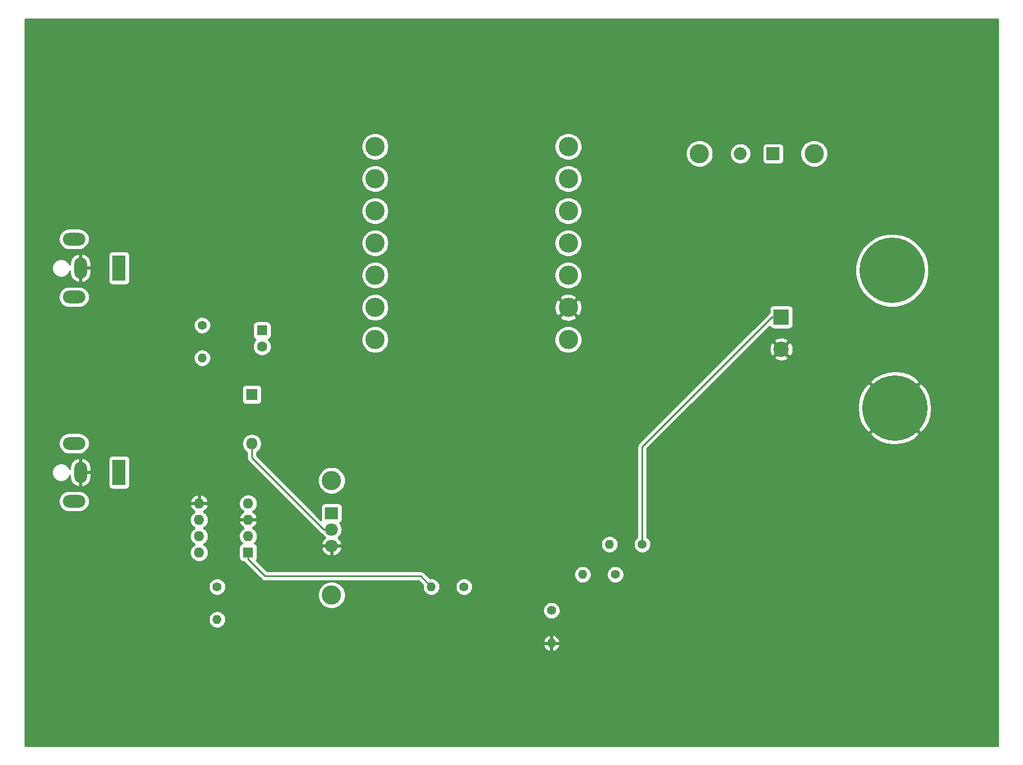
<source format=gbl>
G04 #@! TF.GenerationSoftware,KiCad,Pcbnew,(5.1.5)-3*
G04 #@! TF.CreationDate,2020-06-24T22:18:20+03:00*
G04 #@! TF.ProjectId,Hardwareproject,48617264-7761-4726-9570-726f6a656374,rev?*
G04 #@! TF.SameCoordinates,Original*
G04 #@! TF.FileFunction,Copper,L2,Bot*
G04 #@! TF.FilePolarity,Positive*
%FSLAX46Y46*%
G04 Gerber Fmt 4.6, Leading zero omitted, Abs format (unit mm)*
G04 Created by KiCad (PCBNEW (5.1.5)-3) date 2020-06-24 22:18:20*
%MOMM*%
%LPD*%
G04 APERTURE LIST*
%ADD10C,3.000000*%
%ADD11C,2.999999*%
%ADD12O,1.800000X1.800000*%
%ADD13R,1.800000X1.800000*%
%ADD14C,2.400000*%
%ADD15R,2.400000X2.400000*%
%ADD16C,1.600000*%
%ADD17R,1.600000X1.600000*%
%ADD18O,1.400000X1.400000*%
%ADD19C,1.400000*%
%ADD20O,3.500000X2.000000*%
%ADD21O,2.000000X3.300000*%
%ADD22R,2.000000X4.000000*%
%ADD23O,1.600000X1.600000*%
%ADD24O,2.000000X1.905000*%
%ADD25R,2.000000X1.905000*%
%ADD26C,10.160000*%
%ADD27O,2.000000X2.000000*%
%ADD28R,2.000000X2.000000*%
%ADD29C,0.250000*%
%ADD30C,0.254000*%
G04 APERTURE END LIST*
D10*
X110416400Y-75895200D03*
D11*
X110416400Y-70895200D03*
D10*
X110416400Y-65895200D03*
X110416400Y-60895200D03*
X110416400Y-55895200D03*
D11*
X110416400Y-50895200D03*
X110416400Y-45895200D03*
X80416400Y-45895200D03*
D10*
X80416400Y-50895200D03*
D11*
X80416400Y-55895200D03*
X80416400Y-60895200D03*
D10*
X80416400Y-65895200D03*
X80416400Y-70895200D03*
D11*
X80416400Y-75895200D03*
D10*
X73660000Y-115580000D03*
X73660000Y-97780000D03*
X130800000Y-46990000D03*
X148600000Y-46990000D03*
D12*
X61264800Y-92049600D03*
D13*
X61264800Y-84429600D03*
D14*
X143510000Y-77390000D03*
D15*
X143510000Y-72390000D03*
D16*
X62839600Y-76972800D03*
D17*
X62839600Y-74472800D03*
D18*
X107823000Y-123063000D03*
D19*
X107823000Y-117983000D03*
D18*
X112649000Y-112395000D03*
D19*
X117729000Y-112395000D03*
D18*
X89154000Y-114300000D03*
D19*
X94234000Y-114300000D03*
D18*
X55880000Y-119380000D03*
D19*
X55880000Y-114300000D03*
D18*
X116840000Y-107696000D03*
D19*
X121920000Y-107696000D03*
D18*
X53543200Y-78740000D03*
D19*
X53543200Y-73660000D03*
D20*
X33640000Y-101020000D03*
X33640000Y-92020000D03*
D21*
X34640000Y-96520000D03*
D22*
X40640000Y-96520000D03*
D20*
X33640000Y-69270000D03*
X33640000Y-60270000D03*
D21*
X34640000Y-64770000D03*
D22*
X40640000Y-64770000D03*
D23*
X53086000Y-108966000D03*
X60706000Y-101346000D03*
X53086000Y-106426000D03*
X60706000Y-103886000D03*
X53086000Y-103886000D03*
X60706000Y-106426000D03*
X53086000Y-101346000D03*
D17*
X60706000Y-108966000D03*
D24*
X73660000Y-107950000D03*
X73660000Y-105410000D03*
D25*
X73660000Y-102870000D03*
D26*
X161137600Y-86512400D03*
X160731200Y-65125600D03*
D27*
X137160000Y-46990000D03*
D28*
X142240000Y-46990000D03*
D29*
X142060000Y-72390000D02*
X143510000Y-72390000D01*
X121920000Y-92530000D02*
X142060000Y-72390000D01*
X121920000Y-107696000D02*
X121920000Y-92530000D01*
X72410000Y-105410000D02*
X73660000Y-105410000D01*
X61264800Y-94264800D02*
X72410000Y-105410000D01*
X61264800Y-92049600D02*
X61264800Y-94264800D01*
X60706000Y-110016000D02*
X63339000Y-112649000D01*
X60706000Y-108966000D02*
X60706000Y-110016000D01*
X87503000Y-112649000D02*
X89154000Y-114300000D01*
X63339000Y-112649000D02*
X87503000Y-112649000D01*
D30*
G36*
X177140001Y-139040000D02*
G01*
X26060000Y-139040000D01*
X26060000Y-123396330D01*
X106530278Y-123396330D01*
X106620147Y-123642123D01*
X106756241Y-123865660D01*
X106933330Y-124058351D01*
X107144608Y-124212792D01*
X107381956Y-124323047D01*
X107489671Y-124355716D01*
X107696000Y-124232374D01*
X107696000Y-123190000D01*
X107950000Y-123190000D01*
X107950000Y-124232374D01*
X108156329Y-124355716D01*
X108264044Y-124323047D01*
X108501392Y-124212792D01*
X108712670Y-124058351D01*
X108889759Y-123865660D01*
X109025853Y-123642123D01*
X109115722Y-123396330D01*
X108993201Y-123190000D01*
X107950000Y-123190000D01*
X107696000Y-123190000D01*
X106652799Y-123190000D01*
X106530278Y-123396330D01*
X26060000Y-123396330D01*
X26060000Y-122729670D01*
X106530278Y-122729670D01*
X106652799Y-122936000D01*
X107696000Y-122936000D01*
X107696000Y-121893626D01*
X107950000Y-121893626D01*
X107950000Y-122936000D01*
X108993201Y-122936000D01*
X109115722Y-122729670D01*
X109025853Y-122483877D01*
X108889759Y-122260340D01*
X108712670Y-122067649D01*
X108501392Y-121913208D01*
X108264044Y-121802953D01*
X108156329Y-121770284D01*
X107950000Y-121893626D01*
X107696000Y-121893626D01*
X107489671Y-121770284D01*
X107381956Y-121802953D01*
X107144608Y-121913208D01*
X106933330Y-122067649D01*
X106756241Y-122260340D01*
X106620147Y-122483877D01*
X106530278Y-122729670D01*
X26060000Y-122729670D01*
X26060000Y-119248514D01*
X54545000Y-119248514D01*
X54545000Y-119511486D01*
X54596304Y-119769405D01*
X54696939Y-120012359D01*
X54843038Y-120231013D01*
X55028987Y-120416962D01*
X55247641Y-120563061D01*
X55490595Y-120663696D01*
X55748514Y-120715000D01*
X56011486Y-120715000D01*
X56269405Y-120663696D01*
X56512359Y-120563061D01*
X56731013Y-120416962D01*
X56916962Y-120231013D01*
X57063061Y-120012359D01*
X57163696Y-119769405D01*
X57215000Y-119511486D01*
X57215000Y-119248514D01*
X57163696Y-118990595D01*
X57063061Y-118747641D01*
X56916962Y-118528987D01*
X56731013Y-118343038D01*
X56512359Y-118196939D01*
X56269405Y-118096304D01*
X56011486Y-118045000D01*
X55748514Y-118045000D01*
X55490595Y-118096304D01*
X55247641Y-118196939D01*
X55028987Y-118343038D01*
X54843038Y-118528987D01*
X54696939Y-118747641D01*
X54596304Y-118990595D01*
X54545000Y-119248514D01*
X26060000Y-119248514D01*
X26060000Y-117851514D01*
X106488000Y-117851514D01*
X106488000Y-118114486D01*
X106539304Y-118372405D01*
X106639939Y-118615359D01*
X106786038Y-118834013D01*
X106971987Y-119019962D01*
X107190641Y-119166061D01*
X107433595Y-119266696D01*
X107691514Y-119318000D01*
X107954486Y-119318000D01*
X108212405Y-119266696D01*
X108455359Y-119166061D01*
X108674013Y-119019962D01*
X108859962Y-118834013D01*
X109006061Y-118615359D01*
X109106696Y-118372405D01*
X109158000Y-118114486D01*
X109158000Y-117851514D01*
X109106696Y-117593595D01*
X109006061Y-117350641D01*
X108859962Y-117131987D01*
X108674013Y-116946038D01*
X108455359Y-116799939D01*
X108212405Y-116699304D01*
X107954486Y-116648000D01*
X107691514Y-116648000D01*
X107433595Y-116699304D01*
X107190641Y-116799939D01*
X106971987Y-116946038D01*
X106786038Y-117131987D01*
X106639939Y-117350641D01*
X106539304Y-117593595D01*
X106488000Y-117851514D01*
X26060000Y-117851514D01*
X26060000Y-114168514D01*
X54545000Y-114168514D01*
X54545000Y-114431486D01*
X54596304Y-114689405D01*
X54696939Y-114932359D01*
X54843038Y-115151013D01*
X55028987Y-115336962D01*
X55247641Y-115483061D01*
X55490595Y-115583696D01*
X55748514Y-115635000D01*
X56011486Y-115635000D01*
X56269405Y-115583696D01*
X56512359Y-115483061D01*
X56681985Y-115369721D01*
X71525000Y-115369721D01*
X71525000Y-115790279D01*
X71607047Y-116202756D01*
X71767988Y-116591302D01*
X72001637Y-116940983D01*
X72299017Y-117238363D01*
X72648698Y-117472012D01*
X73037244Y-117632953D01*
X73449721Y-117715000D01*
X73870279Y-117715000D01*
X74282756Y-117632953D01*
X74671302Y-117472012D01*
X75020983Y-117238363D01*
X75318363Y-116940983D01*
X75552012Y-116591302D01*
X75712953Y-116202756D01*
X75795000Y-115790279D01*
X75795000Y-115369721D01*
X75712953Y-114957244D01*
X75552012Y-114568698D01*
X75318363Y-114219017D01*
X75020983Y-113921637D01*
X74671302Y-113687988D01*
X74282756Y-113527047D01*
X73870279Y-113445000D01*
X73449721Y-113445000D01*
X73037244Y-113527047D01*
X72648698Y-113687988D01*
X72299017Y-113921637D01*
X72001637Y-114219017D01*
X71767988Y-114568698D01*
X71607047Y-114957244D01*
X71525000Y-115369721D01*
X56681985Y-115369721D01*
X56731013Y-115336962D01*
X56916962Y-115151013D01*
X57063061Y-114932359D01*
X57163696Y-114689405D01*
X57215000Y-114431486D01*
X57215000Y-114168514D01*
X57163696Y-113910595D01*
X57063061Y-113667641D01*
X56916962Y-113448987D01*
X56731013Y-113263038D01*
X56512359Y-113116939D01*
X56269405Y-113016304D01*
X56011486Y-112965000D01*
X55748514Y-112965000D01*
X55490595Y-113016304D01*
X55247641Y-113116939D01*
X55028987Y-113263038D01*
X54843038Y-113448987D01*
X54696939Y-113667641D01*
X54596304Y-113910595D01*
X54545000Y-114168514D01*
X26060000Y-114168514D01*
X26060000Y-103744665D01*
X51651000Y-103744665D01*
X51651000Y-104027335D01*
X51706147Y-104304574D01*
X51814320Y-104565727D01*
X51971363Y-104800759D01*
X52171241Y-105000637D01*
X52403759Y-105156000D01*
X52171241Y-105311363D01*
X51971363Y-105511241D01*
X51814320Y-105746273D01*
X51706147Y-106007426D01*
X51651000Y-106284665D01*
X51651000Y-106567335D01*
X51706147Y-106844574D01*
X51814320Y-107105727D01*
X51971363Y-107340759D01*
X52171241Y-107540637D01*
X52403759Y-107696000D01*
X52171241Y-107851363D01*
X51971363Y-108051241D01*
X51814320Y-108286273D01*
X51706147Y-108547426D01*
X51651000Y-108824665D01*
X51651000Y-109107335D01*
X51706147Y-109384574D01*
X51814320Y-109645727D01*
X51971363Y-109880759D01*
X52171241Y-110080637D01*
X52406273Y-110237680D01*
X52667426Y-110345853D01*
X52944665Y-110401000D01*
X53227335Y-110401000D01*
X53504574Y-110345853D01*
X53765727Y-110237680D01*
X54000759Y-110080637D01*
X54200637Y-109880759D01*
X54357680Y-109645727D01*
X54465853Y-109384574D01*
X54521000Y-109107335D01*
X54521000Y-108824665D01*
X54465853Y-108547426D01*
X54357680Y-108286273D01*
X54277317Y-108166000D01*
X59267928Y-108166000D01*
X59267928Y-109766000D01*
X59280188Y-109890482D01*
X59316498Y-110010180D01*
X59375463Y-110120494D01*
X59454815Y-110217185D01*
X59551506Y-110296537D01*
X59661820Y-110355502D01*
X59781518Y-110391812D01*
X59906000Y-110404072D01*
X60051674Y-110404072D01*
X60071026Y-110440276D01*
X60142201Y-110527002D01*
X60166000Y-110556001D01*
X60194998Y-110579799D01*
X62775200Y-113160002D01*
X62798999Y-113189001D01*
X62914724Y-113283974D01*
X63046753Y-113354546D01*
X63190014Y-113398003D01*
X63301667Y-113409000D01*
X63301676Y-113409000D01*
X63338999Y-113412676D01*
X63376322Y-113409000D01*
X87188199Y-113409000D01*
X87840355Y-114061157D01*
X87819000Y-114168514D01*
X87819000Y-114431486D01*
X87870304Y-114689405D01*
X87970939Y-114932359D01*
X88117038Y-115151013D01*
X88302987Y-115336962D01*
X88521641Y-115483061D01*
X88764595Y-115583696D01*
X89022514Y-115635000D01*
X89285486Y-115635000D01*
X89543405Y-115583696D01*
X89786359Y-115483061D01*
X90005013Y-115336962D01*
X90190962Y-115151013D01*
X90337061Y-114932359D01*
X90437696Y-114689405D01*
X90489000Y-114431486D01*
X90489000Y-114168514D01*
X92899000Y-114168514D01*
X92899000Y-114431486D01*
X92950304Y-114689405D01*
X93050939Y-114932359D01*
X93197038Y-115151013D01*
X93382987Y-115336962D01*
X93601641Y-115483061D01*
X93844595Y-115583696D01*
X94102514Y-115635000D01*
X94365486Y-115635000D01*
X94623405Y-115583696D01*
X94866359Y-115483061D01*
X95085013Y-115336962D01*
X95270962Y-115151013D01*
X95417061Y-114932359D01*
X95517696Y-114689405D01*
X95569000Y-114431486D01*
X95569000Y-114168514D01*
X95517696Y-113910595D01*
X95417061Y-113667641D01*
X95270962Y-113448987D01*
X95085013Y-113263038D01*
X94866359Y-113116939D01*
X94623405Y-113016304D01*
X94365486Y-112965000D01*
X94102514Y-112965000D01*
X93844595Y-113016304D01*
X93601641Y-113116939D01*
X93382987Y-113263038D01*
X93197038Y-113448987D01*
X93050939Y-113667641D01*
X92950304Y-113910595D01*
X92899000Y-114168514D01*
X90489000Y-114168514D01*
X90437696Y-113910595D01*
X90337061Y-113667641D01*
X90190962Y-113448987D01*
X90005013Y-113263038D01*
X89786359Y-113116939D01*
X89543405Y-113016304D01*
X89285486Y-112965000D01*
X89022514Y-112965000D01*
X88915157Y-112986355D01*
X88192316Y-112263514D01*
X111314000Y-112263514D01*
X111314000Y-112526486D01*
X111365304Y-112784405D01*
X111465939Y-113027359D01*
X111612038Y-113246013D01*
X111797987Y-113431962D01*
X112016641Y-113578061D01*
X112259595Y-113678696D01*
X112517514Y-113730000D01*
X112780486Y-113730000D01*
X113038405Y-113678696D01*
X113281359Y-113578061D01*
X113500013Y-113431962D01*
X113685962Y-113246013D01*
X113832061Y-113027359D01*
X113932696Y-112784405D01*
X113984000Y-112526486D01*
X113984000Y-112263514D01*
X116394000Y-112263514D01*
X116394000Y-112526486D01*
X116445304Y-112784405D01*
X116545939Y-113027359D01*
X116692038Y-113246013D01*
X116877987Y-113431962D01*
X117096641Y-113578061D01*
X117339595Y-113678696D01*
X117597514Y-113730000D01*
X117860486Y-113730000D01*
X118118405Y-113678696D01*
X118361359Y-113578061D01*
X118580013Y-113431962D01*
X118765962Y-113246013D01*
X118912061Y-113027359D01*
X119012696Y-112784405D01*
X119064000Y-112526486D01*
X119064000Y-112263514D01*
X119012696Y-112005595D01*
X118912061Y-111762641D01*
X118765962Y-111543987D01*
X118580013Y-111358038D01*
X118361359Y-111211939D01*
X118118405Y-111111304D01*
X117860486Y-111060000D01*
X117597514Y-111060000D01*
X117339595Y-111111304D01*
X117096641Y-111211939D01*
X116877987Y-111358038D01*
X116692038Y-111543987D01*
X116545939Y-111762641D01*
X116445304Y-112005595D01*
X116394000Y-112263514D01*
X113984000Y-112263514D01*
X113932696Y-112005595D01*
X113832061Y-111762641D01*
X113685962Y-111543987D01*
X113500013Y-111358038D01*
X113281359Y-111211939D01*
X113038405Y-111111304D01*
X112780486Y-111060000D01*
X112517514Y-111060000D01*
X112259595Y-111111304D01*
X112016641Y-111211939D01*
X111797987Y-111358038D01*
X111612038Y-111543987D01*
X111465939Y-111762641D01*
X111365304Y-112005595D01*
X111314000Y-112263514D01*
X88192316Y-112263514D01*
X88066804Y-112138003D01*
X88043001Y-112108999D01*
X87927276Y-112014026D01*
X87795247Y-111943454D01*
X87651986Y-111899997D01*
X87540333Y-111889000D01*
X87540322Y-111889000D01*
X87503000Y-111885324D01*
X87465678Y-111889000D01*
X63653802Y-111889000D01*
X61968364Y-110203563D01*
X62036537Y-110120494D01*
X62095502Y-110010180D01*
X62131812Y-109890482D01*
X62144072Y-109766000D01*
X62144072Y-108322980D01*
X72069437Y-108322980D01*
X72140429Y-108541094D01*
X72284031Y-108816923D01*
X72478685Y-109059437D01*
X72716911Y-109259316D01*
X72989554Y-109408879D01*
X73286137Y-109502378D01*
X73533000Y-109375570D01*
X73533000Y-108077000D01*
X73787000Y-108077000D01*
X73787000Y-109375570D01*
X74033863Y-109502378D01*
X74330446Y-109408879D01*
X74603089Y-109259316D01*
X74841315Y-109059437D01*
X75035969Y-108816923D01*
X75179571Y-108541094D01*
X75250563Y-108322980D01*
X75130594Y-108077000D01*
X73787000Y-108077000D01*
X73533000Y-108077000D01*
X72189406Y-108077000D01*
X72069437Y-108322980D01*
X62144072Y-108322980D01*
X62144072Y-108166000D01*
X62131812Y-108041518D01*
X62095502Y-107921820D01*
X62036537Y-107811506D01*
X61957185Y-107714815D01*
X61860494Y-107635463D01*
X61750180Y-107576498D01*
X61630482Y-107540188D01*
X61622039Y-107539357D01*
X61820637Y-107340759D01*
X61977680Y-107105727D01*
X62085853Y-106844574D01*
X62141000Y-106567335D01*
X62141000Y-106284665D01*
X62085853Y-106007426D01*
X61977680Y-105746273D01*
X61820637Y-105511241D01*
X61620759Y-105311363D01*
X61385727Y-105154320D01*
X61375135Y-105149933D01*
X61561131Y-105038385D01*
X61769519Y-104849414D01*
X61937037Y-104623420D01*
X62057246Y-104369087D01*
X62097904Y-104235039D01*
X61975915Y-104013000D01*
X60833000Y-104013000D01*
X60833000Y-104033000D01*
X60579000Y-104033000D01*
X60579000Y-104013000D01*
X59436085Y-104013000D01*
X59314096Y-104235039D01*
X59354754Y-104369087D01*
X59474963Y-104623420D01*
X59642481Y-104849414D01*
X59850869Y-105038385D01*
X60036865Y-105149933D01*
X60026273Y-105154320D01*
X59791241Y-105311363D01*
X59591363Y-105511241D01*
X59434320Y-105746273D01*
X59326147Y-106007426D01*
X59271000Y-106284665D01*
X59271000Y-106567335D01*
X59326147Y-106844574D01*
X59434320Y-107105727D01*
X59591363Y-107340759D01*
X59789961Y-107539357D01*
X59781518Y-107540188D01*
X59661820Y-107576498D01*
X59551506Y-107635463D01*
X59454815Y-107714815D01*
X59375463Y-107811506D01*
X59316498Y-107921820D01*
X59280188Y-108041518D01*
X59267928Y-108166000D01*
X54277317Y-108166000D01*
X54200637Y-108051241D01*
X54000759Y-107851363D01*
X53768241Y-107696000D01*
X54000759Y-107540637D01*
X54200637Y-107340759D01*
X54357680Y-107105727D01*
X54465853Y-106844574D01*
X54521000Y-106567335D01*
X54521000Y-106284665D01*
X54465853Y-106007426D01*
X54357680Y-105746273D01*
X54200637Y-105511241D01*
X54000759Y-105311363D01*
X53768241Y-105156000D01*
X54000759Y-105000637D01*
X54200637Y-104800759D01*
X54357680Y-104565727D01*
X54465853Y-104304574D01*
X54521000Y-104027335D01*
X54521000Y-103744665D01*
X54465853Y-103467426D01*
X54357680Y-103206273D01*
X54200637Y-102971241D01*
X54000759Y-102771363D01*
X53765727Y-102614320D01*
X53755135Y-102609933D01*
X53941131Y-102498385D01*
X54149519Y-102309414D01*
X54317037Y-102083420D01*
X54437246Y-101829087D01*
X54477904Y-101695039D01*
X54355915Y-101473000D01*
X53213000Y-101473000D01*
X53213000Y-101493000D01*
X52959000Y-101493000D01*
X52959000Y-101473000D01*
X51816085Y-101473000D01*
X51694096Y-101695039D01*
X51734754Y-101829087D01*
X51854963Y-102083420D01*
X52022481Y-102309414D01*
X52230869Y-102498385D01*
X52416865Y-102609933D01*
X52406273Y-102614320D01*
X52171241Y-102771363D01*
X51971363Y-102971241D01*
X51814320Y-103206273D01*
X51706147Y-103467426D01*
X51651000Y-103744665D01*
X26060000Y-103744665D01*
X26060000Y-101020000D01*
X31247089Y-101020000D01*
X31278657Y-101340516D01*
X31372148Y-101648715D01*
X31523969Y-101932752D01*
X31728286Y-102181714D01*
X31977248Y-102386031D01*
X32261285Y-102537852D01*
X32569484Y-102631343D01*
X32809678Y-102655000D01*
X34470322Y-102655000D01*
X34710516Y-102631343D01*
X35018715Y-102537852D01*
X35302752Y-102386031D01*
X35551714Y-102181714D01*
X35756031Y-101932752D01*
X35907852Y-101648715D01*
X36001343Y-101340516D01*
X36032911Y-101020000D01*
X36030642Y-100996961D01*
X51694096Y-100996961D01*
X51816085Y-101219000D01*
X52959000Y-101219000D01*
X52959000Y-100075376D01*
X53213000Y-100075376D01*
X53213000Y-101219000D01*
X54355915Y-101219000D01*
X54363790Y-101204665D01*
X59271000Y-101204665D01*
X59271000Y-101487335D01*
X59326147Y-101764574D01*
X59434320Y-102025727D01*
X59591363Y-102260759D01*
X59791241Y-102460637D01*
X60026273Y-102617680D01*
X60036865Y-102622067D01*
X59850869Y-102733615D01*
X59642481Y-102922586D01*
X59474963Y-103148580D01*
X59354754Y-103402913D01*
X59314096Y-103536961D01*
X59436085Y-103759000D01*
X60579000Y-103759000D01*
X60579000Y-103739000D01*
X60833000Y-103739000D01*
X60833000Y-103759000D01*
X61975915Y-103759000D01*
X62097904Y-103536961D01*
X62057246Y-103402913D01*
X61937037Y-103148580D01*
X61769519Y-102922586D01*
X61561131Y-102733615D01*
X61375135Y-102622067D01*
X61385727Y-102617680D01*
X61620759Y-102460637D01*
X61820637Y-102260759D01*
X61977680Y-102025727D01*
X62085853Y-101764574D01*
X62141000Y-101487335D01*
X62141000Y-101204665D01*
X62085853Y-100927426D01*
X61977680Y-100666273D01*
X61820637Y-100431241D01*
X61620759Y-100231363D01*
X61385727Y-100074320D01*
X61124574Y-99966147D01*
X60847335Y-99911000D01*
X60564665Y-99911000D01*
X60287426Y-99966147D01*
X60026273Y-100074320D01*
X59791241Y-100231363D01*
X59591363Y-100431241D01*
X59434320Y-100666273D01*
X59326147Y-100927426D01*
X59271000Y-101204665D01*
X54363790Y-101204665D01*
X54477904Y-100996961D01*
X54437246Y-100862913D01*
X54317037Y-100608580D01*
X54149519Y-100382586D01*
X53941131Y-100193615D01*
X53699881Y-100048930D01*
X53435040Y-99954091D01*
X53213000Y-100075376D01*
X52959000Y-100075376D01*
X52736960Y-99954091D01*
X52472119Y-100048930D01*
X52230869Y-100193615D01*
X52022481Y-100382586D01*
X51854963Y-100608580D01*
X51734754Y-100862913D01*
X51694096Y-100996961D01*
X36030642Y-100996961D01*
X36001343Y-100699484D01*
X35907852Y-100391285D01*
X35756031Y-100107248D01*
X35551714Y-99858286D01*
X35302752Y-99653969D01*
X35018715Y-99502148D01*
X34710516Y-99408657D01*
X34470322Y-99385000D01*
X32809678Y-99385000D01*
X32569484Y-99408657D01*
X32261285Y-99502148D01*
X31977248Y-99653969D01*
X31728286Y-99858286D01*
X31523969Y-100107248D01*
X31372148Y-100391285D01*
X31278657Y-100699484D01*
X31247089Y-101020000D01*
X26060000Y-101020000D01*
X26060000Y-96378665D01*
X30205000Y-96378665D01*
X30205000Y-96661335D01*
X30260147Y-96938574D01*
X30368320Y-97199727D01*
X30525363Y-97434759D01*
X30725241Y-97634637D01*
X30960273Y-97791680D01*
X31221426Y-97899853D01*
X31498665Y-97955000D01*
X31781335Y-97955000D01*
X32058574Y-97899853D01*
X32319727Y-97791680D01*
X32554759Y-97634637D01*
X32754637Y-97434759D01*
X32911680Y-97199727D01*
X33005000Y-96974432D01*
X33005000Y-97297000D01*
X33061193Y-97613532D01*
X33178058Y-97913020D01*
X33351105Y-98183954D01*
X33573683Y-98415922D01*
X33837239Y-98600010D01*
X34131645Y-98729144D01*
X34259566Y-98760124D01*
X34513000Y-98640777D01*
X34513000Y-96647000D01*
X34767000Y-96647000D01*
X34767000Y-98640777D01*
X35020434Y-98760124D01*
X35148355Y-98729144D01*
X35442761Y-98600010D01*
X35706317Y-98415922D01*
X35928895Y-98183954D01*
X36101942Y-97913020D01*
X36218807Y-97613532D01*
X36275000Y-97297000D01*
X36275000Y-96647000D01*
X34767000Y-96647000D01*
X34513000Y-96647000D01*
X34493000Y-96647000D01*
X34493000Y-96393000D01*
X34513000Y-96393000D01*
X34513000Y-94399223D01*
X34767000Y-94399223D01*
X34767000Y-96393000D01*
X36275000Y-96393000D01*
X36275000Y-95743000D01*
X36218807Y-95426468D01*
X36101942Y-95126980D01*
X35928895Y-94856046D01*
X35706317Y-94624078D01*
X35557311Y-94520000D01*
X39001928Y-94520000D01*
X39001928Y-98520000D01*
X39014188Y-98644482D01*
X39050498Y-98764180D01*
X39109463Y-98874494D01*
X39188815Y-98971185D01*
X39285506Y-99050537D01*
X39395820Y-99109502D01*
X39515518Y-99145812D01*
X39640000Y-99158072D01*
X41640000Y-99158072D01*
X41764482Y-99145812D01*
X41884180Y-99109502D01*
X41994494Y-99050537D01*
X42091185Y-98971185D01*
X42170537Y-98874494D01*
X42229502Y-98764180D01*
X42265812Y-98644482D01*
X42278072Y-98520000D01*
X42278072Y-94520000D01*
X42265812Y-94395518D01*
X42229502Y-94275820D01*
X42170537Y-94165506D01*
X42091185Y-94068815D01*
X41994494Y-93989463D01*
X41884180Y-93930498D01*
X41764482Y-93894188D01*
X41640000Y-93881928D01*
X39640000Y-93881928D01*
X39515518Y-93894188D01*
X39395820Y-93930498D01*
X39285506Y-93989463D01*
X39188815Y-94068815D01*
X39109463Y-94165506D01*
X39050498Y-94275820D01*
X39014188Y-94395518D01*
X39001928Y-94520000D01*
X35557311Y-94520000D01*
X35442761Y-94439990D01*
X35148355Y-94310856D01*
X35020434Y-94279876D01*
X34767000Y-94399223D01*
X34513000Y-94399223D01*
X34259566Y-94279876D01*
X34131645Y-94310856D01*
X33837239Y-94439990D01*
X33573683Y-94624078D01*
X33351105Y-94856046D01*
X33178058Y-95126980D01*
X33061193Y-95426468D01*
X33005000Y-95743000D01*
X33005000Y-96065568D01*
X32911680Y-95840273D01*
X32754637Y-95605241D01*
X32554759Y-95405363D01*
X32319727Y-95248320D01*
X32058574Y-95140147D01*
X31781335Y-95085000D01*
X31498665Y-95085000D01*
X31221426Y-95140147D01*
X30960273Y-95248320D01*
X30725241Y-95405363D01*
X30525363Y-95605241D01*
X30368320Y-95840273D01*
X30260147Y-96101426D01*
X30205000Y-96378665D01*
X26060000Y-96378665D01*
X26060000Y-92020000D01*
X31247089Y-92020000D01*
X31278657Y-92340516D01*
X31372148Y-92648715D01*
X31523969Y-92932752D01*
X31728286Y-93181714D01*
X31977248Y-93386031D01*
X32261285Y-93537852D01*
X32569484Y-93631343D01*
X32809678Y-93655000D01*
X34470322Y-93655000D01*
X34710516Y-93631343D01*
X35018715Y-93537852D01*
X35302752Y-93386031D01*
X35551714Y-93181714D01*
X35756031Y-92932752D01*
X35907852Y-92648715D01*
X36001343Y-92340516D01*
X36032911Y-92020000D01*
X36020937Y-91898416D01*
X59729800Y-91898416D01*
X59729800Y-92200784D01*
X59788789Y-92497343D01*
X59904501Y-92776695D01*
X60072488Y-93028105D01*
X60286295Y-93241912D01*
X60504801Y-93387913D01*
X60504801Y-94227468D01*
X60501124Y-94264800D01*
X60515798Y-94413785D01*
X60559254Y-94557046D01*
X60629826Y-94689076D01*
X60701001Y-94775802D01*
X60724800Y-94804801D01*
X60753798Y-94828599D01*
X71846201Y-105921003D01*
X71869999Y-105950001D01*
X71898997Y-105973799D01*
X71985723Y-106044974D01*
X72117753Y-106115546D01*
X72203474Y-106141549D01*
X72286155Y-106296235D01*
X72484537Y-106537963D01*
X72663899Y-106685163D01*
X72478685Y-106840563D01*
X72284031Y-107083077D01*
X72140429Y-107358906D01*
X72069437Y-107577020D01*
X72189406Y-107823000D01*
X73533000Y-107823000D01*
X73533000Y-107803000D01*
X73787000Y-107803000D01*
X73787000Y-107823000D01*
X75130594Y-107823000D01*
X75250563Y-107577020D01*
X75246493Y-107564514D01*
X115505000Y-107564514D01*
X115505000Y-107827486D01*
X115556304Y-108085405D01*
X115656939Y-108328359D01*
X115803038Y-108547013D01*
X115988987Y-108732962D01*
X116207641Y-108879061D01*
X116450595Y-108979696D01*
X116708514Y-109031000D01*
X116971486Y-109031000D01*
X117229405Y-108979696D01*
X117472359Y-108879061D01*
X117691013Y-108732962D01*
X117876962Y-108547013D01*
X118023061Y-108328359D01*
X118123696Y-108085405D01*
X118175000Y-107827486D01*
X118175000Y-107564514D01*
X120585000Y-107564514D01*
X120585000Y-107827486D01*
X120636304Y-108085405D01*
X120736939Y-108328359D01*
X120883038Y-108547013D01*
X121068987Y-108732962D01*
X121287641Y-108879061D01*
X121530595Y-108979696D01*
X121788514Y-109031000D01*
X122051486Y-109031000D01*
X122309405Y-108979696D01*
X122552359Y-108879061D01*
X122771013Y-108732962D01*
X122956962Y-108547013D01*
X123103061Y-108328359D01*
X123203696Y-108085405D01*
X123255000Y-107827486D01*
X123255000Y-107564514D01*
X123203696Y-107306595D01*
X123103061Y-107063641D01*
X122956962Y-106844987D01*
X122771013Y-106659038D01*
X122680000Y-106598225D01*
X122680000Y-92844801D01*
X124975205Y-90549596D01*
X157280009Y-90549596D01*
X157865724Y-91231816D01*
X158849304Y-91779445D01*
X159920823Y-92124665D01*
X161039101Y-92254208D01*
X162161165Y-92163097D01*
X163243894Y-91854833D01*
X164245679Y-91341263D01*
X164409476Y-91231816D01*
X164995191Y-90549596D01*
X161137600Y-86692005D01*
X157280009Y-90549596D01*
X124975205Y-90549596D01*
X129110900Y-86413901D01*
X155395792Y-86413901D01*
X155486903Y-87535965D01*
X155795167Y-88618694D01*
X156308737Y-89620479D01*
X156418184Y-89784276D01*
X157100404Y-90369991D01*
X160957995Y-86512400D01*
X161317205Y-86512400D01*
X165174796Y-90369991D01*
X165857016Y-89784276D01*
X166404645Y-88800696D01*
X166749865Y-87729177D01*
X166879408Y-86610899D01*
X166788297Y-85488835D01*
X166480033Y-84406106D01*
X165966463Y-83404321D01*
X165857016Y-83240524D01*
X165174796Y-82654809D01*
X161317205Y-86512400D01*
X160957995Y-86512400D01*
X157100404Y-82654809D01*
X156418184Y-83240524D01*
X155870555Y-84224104D01*
X155525335Y-85295623D01*
X155395792Y-86413901D01*
X129110900Y-86413901D01*
X133049597Y-82475204D01*
X157280009Y-82475204D01*
X161137600Y-86332795D01*
X164995191Y-82475204D01*
X164409476Y-81792984D01*
X163425896Y-81245355D01*
X162354377Y-80900135D01*
X161236099Y-80770592D01*
X160114035Y-80861703D01*
X159031306Y-81169967D01*
X158029521Y-81683537D01*
X157865724Y-81792984D01*
X157280009Y-82475204D01*
X133049597Y-82475204D01*
X136856821Y-78667980D01*
X142411626Y-78667980D01*
X142531514Y-78952836D01*
X142855210Y-79113699D01*
X143204069Y-79208322D01*
X143564684Y-79233067D01*
X143923198Y-79186985D01*
X144265833Y-79071846D01*
X144488486Y-78952836D01*
X144608374Y-78667980D01*
X143510000Y-77569605D01*
X142411626Y-78667980D01*
X136856821Y-78667980D01*
X138080117Y-77444684D01*
X141666933Y-77444684D01*
X141713015Y-77803198D01*
X141828154Y-78145833D01*
X141947164Y-78368486D01*
X142232020Y-78488374D01*
X143330395Y-77390000D01*
X143689605Y-77390000D01*
X144787980Y-78488374D01*
X145072836Y-78368486D01*
X145233699Y-78044790D01*
X145328322Y-77695931D01*
X145353067Y-77335316D01*
X145306985Y-76976802D01*
X145191846Y-76634167D01*
X145072836Y-76411514D01*
X144787980Y-76291626D01*
X143689605Y-77390000D01*
X143330395Y-77390000D01*
X142232020Y-76291626D01*
X141947164Y-76411514D01*
X141786301Y-76735210D01*
X141691678Y-77084069D01*
X141666933Y-77444684D01*
X138080117Y-77444684D01*
X139412781Y-76112020D01*
X142411626Y-76112020D01*
X143510000Y-77210395D01*
X144608374Y-76112020D01*
X144488486Y-75827164D01*
X144164790Y-75666301D01*
X143815931Y-75571678D01*
X143455316Y-75546933D01*
X143096802Y-75593015D01*
X142754167Y-75708154D01*
X142531514Y-75827164D01*
X142411626Y-76112020D01*
X139412781Y-76112020D01*
X141713545Y-73811257D01*
X141720498Y-73834180D01*
X141779463Y-73944494D01*
X141858815Y-74041185D01*
X141955506Y-74120537D01*
X142065820Y-74179502D01*
X142185518Y-74215812D01*
X142310000Y-74228072D01*
X144710000Y-74228072D01*
X144834482Y-74215812D01*
X144954180Y-74179502D01*
X145064494Y-74120537D01*
X145161185Y-74041185D01*
X145240537Y-73944494D01*
X145299502Y-73834180D01*
X145335812Y-73714482D01*
X145348072Y-73590000D01*
X145348072Y-71190000D01*
X145335812Y-71065518D01*
X145299502Y-70945820D01*
X145240537Y-70835506D01*
X145161185Y-70738815D01*
X145064494Y-70659463D01*
X144954180Y-70600498D01*
X144834482Y-70564188D01*
X144710000Y-70551928D01*
X142310000Y-70551928D01*
X142185518Y-70564188D01*
X142065820Y-70600498D01*
X141955506Y-70659463D01*
X141858815Y-70738815D01*
X141779463Y-70835506D01*
X141720498Y-70945820D01*
X141684188Y-71065518D01*
X141671928Y-71190000D01*
X141671928Y-71735674D01*
X141635723Y-71755026D01*
X141552083Y-71823668D01*
X141519999Y-71849999D01*
X141496201Y-71878997D01*
X121408998Y-91966201D01*
X121380000Y-91989999D01*
X121356202Y-92018997D01*
X121356201Y-92018998D01*
X121285026Y-92105724D01*
X121214454Y-92237754D01*
X121170998Y-92381015D01*
X121156324Y-92530000D01*
X121160001Y-92567333D01*
X121160000Y-106598225D01*
X121068987Y-106659038D01*
X120883038Y-106844987D01*
X120736939Y-107063641D01*
X120636304Y-107306595D01*
X120585000Y-107564514D01*
X118175000Y-107564514D01*
X118123696Y-107306595D01*
X118023061Y-107063641D01*
X117876962Y-106844987D01*
X117691013Y-106659038D01*
X117472359Y-106512939D01*
X117229405Y-106412304D01*
X116971486Y-106361000D01*
X116708514Y-106361000D01*
X116450595Y-106412304D01*
X116207641Y-106512939D01*
X115988987Y-106659038D01*
X115803038Y-106844987D01*
X115656939Y-107063641D01*
X115556304Y-107306595D01*
X115505000Y-107564514D01*
X75246493Y-107564514D01*
X75179571Y-107358906D01*
X75035969Y-107083077D01*
X74841315Y-106840563D01*
X74656101Y-106685163D01*
X74835463Y-106537963D01*
X75033845Y-106296235D01*
X75181255Y-106020449D01*
X75272030Y-105721204D01*
X75302681Y-105410000D01*
X75272030Y-105098796D01*
X75181255Y-104799551D01*
X75033845Y-104523765D01*
X74930554Y-104397905D01*
X75014494Y-104353037D01*
X75111185Y-104273685D01*
X75190537Y-104176994D01*
X75249502Y-104066680D01*
X75285812Y-103946982D01*
X75298072Y-103822500D01*
X75298072Y-101917500D01*
X75285812Y-101793018D01*
X75249502Y-101673320D01*
X75190537Y-101563006D01*
X75111185Y-101466315D01*
X75014494Y-101386963D01*
X74904180Y-101327998D01*
X74784482Y-101291688D01*
X74660000Y-101279428D01*
X72660000Y-101279428D01*
X72535518Y-101291688D01*
X72415820Y-101327998D01*
X72305506Y-101386963D01*
X72208815Y-101466315D01*
X72129463Y-101563006D01*
X72070498Y-101673320D01*
X72034188Y-101793018D01*
X72021928Y-101917500D01*
X72021928Y-103822500D01*
X72034188Y-103946982D01*
X72039589Y-103964787D01*
X65644523Y-97569721D01*
X71525000Y-97569721D01*
X71525000Y-97990279D01*
X71607047Y-98402756D01*
X71767988Y-98791302D01*
X72001637Y-99140983D01*
X72299017Y-99438363D01*
X72648698Y-99672012D01*
X73037244Y-99832953D01*
X73449721Y-99915000D01*
X73870279Y-99915000D01*
X74282756Y-99832953D01*
X74671302Y-99672012D01*
X75020983Y-99438363D01*
X75318363Y-99140983D01*
X75552012Y-98791302D01*
X75712953Y-98402756D01*
X75795000Y-97990279D01*
X75795000Y-97569721D01*
X75712953Y-97157244D01*
X75552012Y-96768698D01*
X75318363Y-96419017D01*
X75020983Y-96121637D01*
X74671302Y-95887988D01*
X74282756Y-95727047D01*
X73870279Y-95645000D01*
X73449721Y-95645000D01*
X73037244Y-95727047D01*
X72648698Y-95887988D01*
X72299017Y-96121637D01*
X72001637Y-96419017D01*
X71767988Y-96768698D01*
X71607047Y-97157244D01*
X71525000Y-97569721D01*
X65644523Y-97569721D01*
X62024800Y-93949999D01*
X62024800Y-93387913D01*
X62243305Y-93241912D01*
X62457112Y-93028105D01*
X62625099Y-92776695D01*
X62740811Y-92497343D01*
X62799800Y-92200784D01*
X62799800Y-91898416D01*
X62740811Y-91601857D01*
X62625099Y-91322505D01*
X62457112Y-91071095D01*
X62243305Y-90857288D01*
X61991895Y-90689301D01*
X61712543Y-90573589D01*
X61415984Y-90514600D01*
X61113616Y-90514600D01*
X60817057Y-90573589D01*
X60537705Y-90689301D01*
X60286295Y-90857288D01*
X60072488Y-91071095D01*
X59904501Y-91322505D01*
X59788789Y-91601857D01*
X59729800Y-91898416D01*
X36020937Y-91898416D01*
X36001343Y-91699484D01*
X35907852Y-91391285D01*
X35756031Y-91107248D01*
X35551714Y-90858286D01*
X35302752Y-90653969D01*
X35018715Y-90502148D01*
X34710516Y-90408657D01*
X34470322Y-90385000D01*
X32809678Y-90385000D01*
X32569484Y-90408657D01*
X32261285Y-90502148D01*
X31977248Y-90653969D01*
X31728286Y-90858286D01*
X31523969Y-91107248D01*
X31372148Y-91391285D01*
X31278657Y-91699484D01*
X31247089Y-92020000D01*
X26060000Y-92020000D01*
X26060000Y-83529600D01*
X59726728Y-83529600D01*
X59726728Y-85329600D01*
X59738988Y-85454082D01*
X59775298Y-85573780D01*
X59834263Y-85684094D01*
X59913615Y-85780785D01*
X60010306Y-85860137D01*
X60120620Y-85919102D01*
X60240318Y-85955412D01*
X60364800Y-85967672D01*
X62164800Y-85967672D01*
X62289282Y-85955412D01*
X62408980Y-85919102D01*
X62519294Y-85860137D01*
X62615985Y-85780785D01*
X62695337Y-85684094D01*
X62754302Y-85573780D01*
X62790612Y-85454082D01*
X62802872Y-85329600D01*
X62802872Y-83529600D01*
X62790612Y-83405118D01*
X62754302Y-83285420D01*
X62695337Y-83175106D01*
X62615985Y-83078415D01*
X62519294Y-82999063D01*
X62408980Y-82940098D01*
X62289282Y-82903788D01*
X62164800Y-82891528D01*
X60364800Y-82891528D01*
X60240318Y-82903788D01*
X60120620Y-82940098D01*
X60010306Y-82999063D01*
X59913615Y-83078415D01*
X59834263Y-83175106D01*
X59775298Y-83285420D01*
X59738988Y-83405118D01*
X59726728Y-83529600D01*
X26060000Y-83529600D01*
X26060000Y-78608514D01*
X52208200Y-78608514D01*
X52208200Y-78871486D01*
X52259504Y-79129405D01*
X52360139Y-79372359D01*
X52506238Y-79591013D01*
X52692187Y-79776962D01*
X52910841Y-79923061D01*
X53153795Y-80023696D01*
X53411714Y-80075000D01*
X53674686Y-80075000D01*
X53932605Y-80023696D01*
X54175559Y-79923061D01*
X54394213Y-79776962D01*
X54580162Y-79591013D01*
X54726261Y-79372359D01*
X54826896Y-79129405D01*
X54878200Y-78871486D01*
X54878200Y-78608514D01*
X54826896Y-78350595D01*
X54726261Y-78107641D01*
X54580162Y-77888987D01*
X54394213Y-77703038D01*
X54175559Y-77556939D01*
X53932605Y-77456304D01*
X53674686Y-77405000D01*
X53411714Y-77405000D01*
X53153795Y-77456304D01*
X52910841Y-77556939D01*
X52692187Y-77703038D01*
X52506238Y-77888987D01*
X52360139Y-78107641D01*
X52259504Y-78350595D01*
X52208200Y-78608514D01*
X26060000Y-78608514D01*
X26060000Y-73528514D01*
X52208200Y-73528514D01*
X52208200Y-73791486D01*
X52259504Y-74049405D01*
X52360139Y-74292359D01*
X52506238Y-74511013D01*
X52692187Y-74696962D01*
X52910841Y-74843061D01*
X53153795Y-74943696D01*
X53411714Y-74995000D01*
X53674686Y-74995000D01*
X53932605Y-74943696D01*
X54175559Y-74843061D01*
X54394213Y-74696962D01*
X54580162Y-74511013D01*
X54726261Y-74292359D01*
X54826896Y-74049405D01*
X54878200Y-73791486D01*
X54878200Y-73672800D01*
X61401528Y-73672800D01*
X61401528Y-75272800D01*
X61413788Y-75397282D01*
X61450098Y-75516980D01*
X61509063Y-75627294D01*
X61588415Y-75723985D01*
X61685106Y-75803337D01*
X61795420Y-75862302D01*
X61891543Y-75891461D01*
X61724963Y-76058041D01*
X61567920Y-76293073D01*
X61459747Y-76554226D01*
X61404600Y-76831465D01*
X61404600Y-77114135D01*
X61459747Y-77391374D01*
X61567920Y-77652527D01*
X61724963Y-77887559D01*
X61924841Y-78087437D01*
X62159873Y-78244480D01*
X62421026Y-78352653D01*
X62698265Y-78407800D01*
X62980935Y-78407800D01*
X63258174Y-78352653D01*
X63519327Y-78244480D01*
X63754359Y-78087437D01*
X63954237Y-77887559D01*
X64111280Y-77652527D01*
X64219453Y-77391374D01*
X64274600Y-77114135D01*
X64274600Y-76831465D01*
X64219453Y-76554226D01*
X64111280Y-76293073D01*
X63954237Y-76058041D01*
X63787657Y-75891461D01*
X63883780Y-75862302D01*
X63994094Y-75803337D01*
X64090785Y-75723985D01*
X64122843Y-75684921D01*
X78281401Y-75684921D01*
X78281401Y-76105479D01*
X78363448Y-76517956D01*
X78524389Y-76906501D01*
X78758038Y-77256182D01*
X79055418Y-77553562D01*
X79405099Y-77787211D01*
X79793644Y-77948152D01*
X80206121Y-78030199D01*
X80626679Y-78030199D01*
X81039156Y-77948152D01*
X81427701Y-77787211D01*
X81777382Y-77553562D01*
X82074762Y-77256182D01*
X82308411Y-76906501D01*
X82469352Y-76517956D01*
X82551399Y-76105479D01*
X82551399Y-75684921D01*
X108281400Y-75684921D01*
X108281400Y-76105479D01*
X108363447Y-76517956D01*
X108524388Y-76906502D01*
X108758037Y-77256183D01*
X109055417Y-77553563D01*
X109405098Y-77787212D01*
X109793644Y-77948153D01*
X110206121Y-78030200D01*
X110626679Y-78030200D01*
X111039156Y-77948153D01*
X111427702Y-77787212D01*
X111777383Y-77553563D01*
X112074763Y-77256183D01*
X112308412Y-76906502D01*
X112469353Y-76517956D01*
X112551400Y-76105479D01*
X112551400Y-75684921D01*
X112469353Y-75272444D01*
X112308412Y-74883898D01*
X112074763Y-74534217D01*
X111777383Y-74236837D01*
X111427702Y-74003188D01*
X111039156Y-73842247D01*
X110626679Y-73760200D01*
X110206121Y-73760200D01*
X109793644Y-73842247D01*
X109405098Y-74003188D01*
X109055417Y-74236837D01*
X108758037Y-74534217D01*
X108524388Y-74883898D01*
X108363447Y-75272444D01*
X108281400Y-75684921D01*
X82551399Y-75684921D01*
X82469352Y-75272444D01*
X82308411Y-74883899D01*
X82074762Y-74534218D01*
X81777382Y-74236838D01*
X81427701Y-74003189D01*
X81039156Y-73842248D01*
X80626679Y-73760201D01*
X80206121Y-73760201D01*
X79793644Y-73842248D01*
X79405099Y-74003189D01*
X79055418Y-74236838D01*
X78758038Y-74534218D01*
X78524389Y-74883899D01*
X78363448Y-75272444D01*
X78281401Y-75684921D01*
X64122843Y-75684921D01*
X64170137Y-75627294D01*
X64229102Y-75516980D01*
X64265412Y-75397282D01*
X64277672Y-75272800D01*
X64277672Y-73672800D01*
X64265412Y-73548318D01*
X64229102Y-73428620D01*
X64170137Y-73318306D01*
X64090785Y-73221615D01*
X63994094Y-73142263D01*
X63883780Y-73083298D01*
X63764082Y-73046988D01*
X63639600Y-73034728D01*
X62039600Y-73034728D01*
X61915118Y-73046988D01*
X61795420Y-73083298D01*
X61685106Y-73142263D01*
X61588415Y-73221615D01*
X61509063Y-73318306D01*
X61450098Y-73428620D01*
X61413788Y-73548318D01*
X61401528Y-73672800D01*
X54878200Y-73672800D01*
X54878200Y-73528514D01*
X54826896Y-73270595D01*
X54726261Y-73027641D01*
X54580162Y-72808987D01*
X54394213Y-72623038D01*
X54175559Y-72476939D01*
X53932605Y-72376304D01*
X53674686Y-72325000D01*
X53411714Y-72325000D01*
X53153795Y-72376304D01*
X52910841Y-72476939D01*
X52692187Y-72623038D01*
X52506238Y-72808987D01*
X52360139Y-73027641D01*
X52259504Y-73270595D01*
X52208200Y-73528514D01*
X26060000Y-73528514D01*
X26060000Y-69270000D01*
X31247089Y-69270000D01*
X31278657Y-69590516D01*
X31372148Y-69898715D01*
X31523969Y-70182752D01*
X31728286Y-70431714D01*
X31977248Y-70636031D01*
X32261285Y-70787852D01*
X32569484Y-70881343D01*
X32809678Y-70905000D01*
X34470322Y-70905000D01*
X34710516Y-70881343D01*
X35018715Y-70787852D01*
X35211285Y-70684921D01*
X78281400Y-70684921D01*
X78281400Y-71105479D01*
X78363447Y-71517956D01*
X78524388Y-71906502D01*
X78758037Y-72256183D01*
X79055417Y-72553563D01*
X79405098Y-72787212D01*
X79793644Y-72948153D01*
X80206121Y-73030200D01*
X80626679Y-73030200D01*
X81039156Y-72948153D01*
X81427702Y-72787212D01*
X81777383Y-72553563D01*
X81944094Y-72386852D01*
X109104353Y-72386852D01*
X109260363Y-72702413D01*
X109635146Y-72893219D01*
X110039952Y-73007243D01*
X110459225Y-73040102D01*
X110876852Y-72990533D01*
X111276783Y-72860442D01*
X111572437Y-72702413D01*
X111728447Y-72386852D01*
X110416400Y-71074805D01*
X109104353Y-72386852D01*
X81944094Y-72386852D01*
X82074763Y-72256183D01*
X82308412Y-71906502D01*
X82469353Y-71517956D01*
X82551400Y-71105479D01*
X82551400Y-70938025D01*
X108271498Y-70938025D01*
X108321067Y-71355652D01*
X108451158Y-71755583D01*
X108609187Y-72051237D01*
X108924748Y-72207247D01*
X110236795Y-70895200D01*
X110596005Y-70895200D01*
X111908052Y-72207247D01*
X112223613Y-72051237D01*
X112414419Y-71676454D01*
X112528443Y-71271648D01*
X112561302Y-70852375D01*
X112511733Y-70434748D01*
X112381642Y-70034817D01*
X112223613Y-69739163D01*
X111908052Y-69583153D01*
X110596005Y-70895200D01*
X110236795Y-70895200D01*
X108924748Y-69583153D01*
X108609187Y-69739163D01*
X108418381Y-70113946D01*
X108304357Y-70518752D01*
X108271498Y-70938025D01*
X82551400Y-70938025D01*
X82551400Y-70684921D01*
X82469353Y-70272444D01*
X82308412Y-69883898D01*
X82074763Y-69534217D01*
X81944094Y-69403548D01*
X109104353Y-69403548D01*
X110416400Y-70715595D01*
X111728447Y-69403548D01*
X111572437Y-69087987D01*
X111197654Y-68897181D01*
X110792848Y-68783157D01*
X110373575Y-68750298D01*
X109955948Y-68799867D01*
X109556017Y-68929958D01*
X109260363Y-69087987D01*
X109104353Y-69403548D01*
X81944094Y-69403548D01*
X81777383Y-69236837D01*
X81427702Y-69003188D01*
X81039156Y-68842247D01*
X80626679Y-68760200D01*
X80206121Y-68760200D01*
X79793644Y-68842247D01*
X79405098Y-69003188D01*
X79055417Y-69236837D01*
X78758037Y-69534217D01*
X78524388Y-69883898D01*
X78363447Y-70272444D01*
X78281400Y-70684921D01*
X35211285Y-70684921D01*
X35302752Y-70636031D01*
X35551714Y-70431714D01*
X35756031Y-70182752D01*
X35907852Y-69898715D01*
X36001343Y-69590516D01*
X36032911Y-69270000D01*
X36001343Y-68949484D01*
X35907852Y-68641285D01*
X35756031Y-68357248D01*
X35551714Y-68108286D01*
X35302752Y-67903969D01*
X35018715Y-67752148D01*
X34710516Y-67658657D01*
X34470322Y-67635000D01*
X32809678Y-67635000D01*
X32569484Y-67658657D01*
X32261285Y-67752148D01*
X31977248Y-67903969D01*
X31728286Y-68108286D01*
X31523969Y-68357248D01*
X31372148Y-68641285D01*
X31278657Y-68949484D01*
X31247089Y-69270000D01*
X26060000Y-69270000D01*
X26060000Y-64628665D01*
X30205000Y-64628665D01*
X30205000Y-64911335D01*
X30260147Y-65188574D01*
X30368320Y-65449727D01*
X30525363Y-65684759D01*
X30725241Y-65884637D01*
X30960273Y-66041680D01*
X31221426Y-66149853D01*
X31498665Y-66205000D01*
X31781335Y-66205000D01*
X32058574Y-66149853D01*
X32319727Y-66041680D01*
X32554759Y-65884637D01*
X32754637Y-65684759D01*
X32911680Y-65449727D01*
X33005000Y-65224432D01*
X33005000Y-65547000D01*
X33061193Y-65863532D01*
X33178058Y-66163020D01*
X33351105Y-66433954D01*
X33573683Y-66665922D01*
X33837239Y-66850010D01*
X34131645Y-66979144D01*
X34259566Y-67010124D01*
X34513000Y-66890777D01*
X34513000Y-64897000D01*
X34767000Y-64897000D01*
X34767000Y-66890777D01*
X35020434Y-67010124D01*
X35148355Y-66979144D01*
X35442761Y-66850010D01*
X35706317Y-66665922D01*
X35928895Y-66433954D01*
X36101942Y-66163020D01*
X36218807Y-65863532D01*
X36275000Y-65547000D01*
X36275000Y-64897000D01*
X34767000Y-64897000D01*
X34513000Y-64897000D01*
X34493000Y-64897000D01*
X34493000Y-64643000D01*
X34513000Y-64643000D01*
X34513000Y-62649223D01*
X34767000Y-62649223D01*
X34767000Y-64643000D01*
X36275000Y-64643000D01*
X36275000Y-63993000D01*
X36218807Y-63676468D01*
X36101942Y-63376980D01*
X35928895Y-63106046D01*
X35706317Y-62874078D01*
X35557311Y-62770000D01*
X39001928Y-62770000D01*
X39001928Y-66770000D01*
X39014188Y-66894482D01*
X39050498Y-67014180D01*
X39109463Y-67124494D01*
X39188815Y-67221185D01*
X39285506Y-67300537D01*
X39395820Y-67359502D01*
X39515518Y-67395812D01*
X39640000Y-67408072D01*
X41640000Y-67408072D01*
X41764482Y-67395812D01*
X41884180Y-67359502D01*
X41994494Y-67300537D01*
X42091185Y-67221185D01*
X42170537Y-67124494D01*
X42229502Y-67014180D01*
X42265812Y-66894482D01*
X42278072Y-66770000D01*
X42278072Y-65684921D01*
X78281400Y-65684921D01*
X78281400Y-66105479D01*
X78363447Y-66517956D01*
X78524388Y-66906502D01*
X78758037Y-67256183D01*
X79055417Y-67553563D01*
X79405098Y-67787212D01*
X79793644Y-67948153D01*
X80206121Y-68030200D01*
X80626679Y-68030200D01*
X81039156Y-67948153D01*
X81427702Y-67787212D01*
X81777383Y-67553563D01*
X82074763Y-67256183D01*
X82308412Y-66906502D01*
X82469353Y-66517956D01*
X82551400Y-66105479D01*
X82551400Y-65684921D01*
X108281400Y-65684921D01*
X108281400Y-66105479D01*
X108363447Y-66517956D01*
X108524388Y-66906502D01*
X108758037Y-67256183D01*
X109055417Y-67553563D01*
X109405098Y-67787212D01*
X109793644Y-67948153D01*
X110206121Y-68030200D01*
X110626679Y-68030200D01*
X111039156Y-67948153D01*
X111427702Y-67787212D01*
X111777383Y-67553563D01*
X112074763Y-67256183D01*
X112308412Y-66906502D01*
X112469353Y-66517956D01*
X112551400Y-66105479D01*
X112551400Y-65684921D01*
X112469353Y-65272444D01*
X112308412Y-64883898D01*
X112093810Y-64562722D01*
X155016200Y-64562722D01*
X155016200Y-65688478D01*
X155235825Y-66792604D01*
X155666633Y-67832667D01*
X156292070Y-68768700D01*
X157088100Y-69564730D01*
X158024133Y-70190167D01*
X159064196Y-70620975D01*
X160168322Y-70840600D01*
X161294078Y-70840600D01*
X162398204Y-70620975D01*
X163438267Y-70190167D01*
X164374300Y-69564730D01*
X165170330Y-68768700D01*
X165795767Y-67832667D01*
X166226575Y-66792604D01*
X166446200Y-65688478D01*
X166446200Y-64562722D01*
X166226575Y-63458596D01*
X165795767Y-62418533D01*
X165170330Y-61482500D01*
X164374300Y-60686470D01*
X163438267Y-60061033D01*
X162398204Y-59630225D01*
X161294078Y-59410600D01*
X160168322Y-59410600D01*
X159064196Y-59630225D01*
X158024133Y-60061033D01*
X157088100Y-60686470D01*
X156292070Y-61482500D01*
X155666633Y-62418533D01*
X155235825Y-63458596D01*
X155016200Y-64562722D01*
X112093810Y-64562722D01*
X112074763Y-64534217D01*
X111777383Y-64236837D01*
X111427702Y-64003188D01*
X111039156Y-63842247D01*
X110626679Y-63760200D01*
X110206121Y-63760200D01*
X109793644Y-63842247D01*
X109405098Y-64003188D01*
X109055417Y-64236837D01*
X108758037Y-64534217D01*
X108524388Y-64883898D01*
X108363447Y-65272444D01*
X108281400Y-65684921D01*
X82551400Y-65684921D01*
X82469353Y-65272444D01*
X82308412Y-64883898D01*
X82074763Y-64534217D01*
X81777383Y-64236837D01*
X81427702Y-64003188D01*
X81039156Y-63842247D01*
X80626679Y-63760200D01*
X80206121Y-63760200D01*
X79793644Y-63842247D01*
X79405098Y-64003188D01*
X79055417Y-64236837D01*
X78758037Y-64534217D01*
X78524388Y-64883898D01*
X78363447Y-65272444D01*
X78281400Y-65684921D01*
X42278072Y-65684921D01*
X42278072Y-62770000D01*
X42265812Y-62645518D01*
X42229502Y-62525820D01*
X42170537Y-62415506D01*
X42091185Y-62318815D01*
X41994494Y-62239463D01*
X41884180Y-62180498D01*
X41764482Y-62144188D01*
X41640000Y-62131928D01*
X39640000Y-62131928D01*
X39515518Y-62144188D01*
X39395820Y-62180498D01*
X39285506Y-62239463D01*
X39188815Y-62318815D01*
X39109463Y-62415506D01*
X39050498Y-62525820D01*
X39014188Y-62645518D01*
X39001928Y-62770000D01*
X35557311Y-62770000D01*
X35442761Y-62689990D01*
X35148355Y-62560856D01*
X35020434Y-62529876D01*
X34767000Y-62649223D01*
X34513000Y-62649223D01*
X34259566Y-62529876D01*
X34131645Y-62560856D01*
X33837239Y-62689990D01*
X33573683Y-62874078D01*
X33351105Y-63106046D01*
X33178058Y-63376980D01*
X33061193Y-63676468D01*
X33005000Y-63993000D01*
X33005000Y-64315568D01*
X32911680Y-64090273D01*
X32754637Y-63855241D01*
X32554759Y-63655363D01*
X32319727Y-63498320D01*
X32058574Y-63390147D01*
X31781335Y-63335000D01*
X31498665Y-63335000D01*
X31221426Y-63390147D01*
X30960273Y-63498320D01*
X30725241Y-63655363D01*
X30525363Y-63855241D01*
X30368320Y-64090273D01*
X30260147Y-64351426D01*
X30205000Y-64628665D01*
X26060000Y-64628665D01*
X26060000Y-60270000D01*
X31247089Y-60270000D01*
X31278657Y-60590516D01*
X31372148Y-60898715D01*
X31523969Y-61182752D01*
X31728286Y-61431714D01*
X31977248Y-61636031D01*
X32261285Y-61787852D01*
X32569484Y-61881343D01*
X32809678Y-61905000D01*
X34470322Y-61905000D01*
X34710516Y-61881343D01*
X35018715Y-61787852D01*
X35302752Y-61636031D01*
X35551714Y-61431714D01*
X35756031Y-61182752D01*
X35907852Y-60898715D01*
X35972705Y-60684921D01*
X78281401Y-60684921D01*
X78281401Y-61105479D01*
X78363448Y-61517956D01*
X78524389Y-61906501D01*
X78758038Y-62256182D01*
X79055418Y-62553562D01*
X79405099Y-62787211D01*
X79793644Y-62948152D01*
X80206121Y-63030199D01*
X80626679Y-63030199D01*
X81039156Y-62948152D01*
X81427701Y-62787211D01*
X81777382Y-62553562D01*
X82074762Y-62256182D01*
X82308411Y-61906501D01*
X82469352Y-61517956D01*
X82551399Y-61105479D01*
X82551399Y-60684921D01*
X108281400Y-60684921D01*
X108281400Y-61105479D01*
X108363447Y-61517956D01*
X108524388Y-61906502D01*
X108758037Y-62256183D01*
X109055417Y-62553563D01*
X109405098Y-62787212D01*
X109793644Y-62948153D01*
X110206121Y-63030200D01*
X110626679Y-63030200D01*
X111039156Y-62948153D01*
X111427702Y-62787212D01*
X111777383Y-62553563D01*
X112074763Y-62256183D01*
X112308412Y-61906502D01*
X112469353Y-61517956D01*
X112551400Y-61105479D01*
X112551400Y-60684921D01*
X112469353Y-60272444D01*
X112308412Y-59883898D01*
X112074763Y-59534217D01*
X111777383Y-59236837D01*
X111427702Y-59003188D01*
X111039156Y-58842247D01*
X110626679Y-58760200D01*
X110206121Y-58760200D01*
X109793644Y-58842247D01*
X109405098Y-59003188D01*
X109055417Y-59236837D01*
X108758037Y-59534217D01*
X108524388Y-59883898D01*
X108363447Y-60272444D01*
X108281400Y-60684921D01*
X82551399Y-60684921D01*
X82469352Y-60272444D01*
X82308411Y-59883899D01*
X82074762Y-59534218D01*
X81777382Y-59236838D01*
X81427701Y-59003189D01*
X81039156Y-58842248D01*
X80626679Y-58760201D01*
X80206121Y-58760201D01*
X79793644Y-58842248D01*
X79405099Y-59003189D01*
X79055418Y-59236838D01*
X78758038Y-59534218D01*
X78524389Y-59883899D01*
X78363448Y-60272444D01*
X78281401Y-60684921D01*
X35972705Y-60684921D01*
X36001343Y-60590516D01*
X36032911Y-60270000D01*
X36001343Y-59949484D01*
X35907852Y-59641285D01*
X35756031Y-59357248D01*
X35551714Y-59108286D01*
X35302752Y-58903969D01*
X35018715Y-58752148D01*
X34710516Y-58658657D01*
X34470322Y-58635000D01*
X32809678Y-58635000D01*
X32569484Y-58658657D01*
X32261285Y-58752148D01*
X31977248Y-58903969D01*
X31728286Y-59108286D01*
X31523969Y-59357248D01*
X31372148Y-59641285D01*
X31278657Y-59949484D01*
X31247089Y-60270000D01*
X26060000Y-60270000D01*
X26060000Y-55684921D01*
X78281401Y-55684921D01*
X78281401Y-56105479D01*
X78363448Y-56517956D01*
X78524389Y-56906501D01*
X78758038Y-57256182D01*
X79055418Y-57553562D01*
X79405099Y-57787211D01*
X79793644Y-57948152D01*
X80206121Y-58030199D01*
X80626679Y-58030199D01*
X81039156Y-57948152D01*
X81427701Y-57787211D01*
X81777382Y-57553562D01*
X82074762Y-57256182D01*
X82308411Y-56906501D01*
X82469352Y-56517956D01*
X82551399Y-56105479D01*
X82551399Y-55684921D01*
X108281400Y-55684921D01*
X108281400Y-56105479D01*
X108363447Y-56517956D01*
X108524388Y-56906502D01*
X108758037Y-57256183D01*
X109055417Y-57553563D01*
X109405098Y-57787212D01*
X109793644Y-57948153D01*
X110206121Y-58030200D01*
X110626679Y-58030200D01*
X111039156Y-57948153D01*
X111427702Y-57787212D01*
X111777383Y-57553563D01*
X112074763Y-57256183D01*
X112308412Y-56906502D01*
X112469353Y-56517956D01*
X112551400Y-56105479D01*
X112551400Y-55684921D01*
X112469353Y-55272444D01*
X112308412Y-54883898D01*
X112074763Y-54534217D01*
X111777383Y-54236837D01*
X111427702Y-54003188D01*
X111039156Y-53842247D01*
X110626679Y-53760200D01*
X110206121Y-53760200D01*
X109793644Y-53842247D01*
X109405098Y-54003188D01*
X109055417Y-54236837D01*
X108758037Y-54534217D01*
X108524388Y-54883898D01*
X108363447Y-55272444D01*
X108281400Y-55684921D01*
X82551399Y-55684921D01*
X82469352Y-55272444D01*
X82308411Y-54883899D01*
X82074762Y-54534218D01*
X81777382Y-54236838D01*
X81427701Y-54003189D01*
X81039156Y-53842248D01*
X80626679Y-53760201D01*
X80206121Y-53760201D01*
X79793644Y-53842248D01*
X79405099Y-54003189D01*
X79055418Y-54236838D01*
X78758038Y-54534218D01*
X78524389Y-54883899D01*
X78363448Y-55272444D01*
X78281401Y-55684921D01*
X26060000Y-55684921D01*
X26060000Y-50684921D01*
X78281400Y-50684921D01*
X78281400Y-51105479D01*
X78363447Y-51517956D01*
X78524388Y-51906502D01*
X78758037Y-52256183D01*
X79055417Y-52553563D01*
X79405098Y-52787212D01*
X79793644Y-52948153D01*
X80206121Y-53030200D01*
X80626679Y-53030200D01*
X81039156Y-52948153D01*
X81427702Y-52787212D01*
X81777383Y-52553563D01*
X82074763Y-52256183D01*
X82308412Y-51906502D01*
X82469353Y-51517956D01*
X82551400Y-51105479D01*
X82551400Y-50684921D01*
X108281401Y-50684921D01*
X108281401Y-51105479D01*
X108363448Y-51517956D01*
X108524389Y-51906501D01*
X108758038Y-52256182D01*
X109055418Y-52553562D01*
X109405099Y-52787211D01*
X109793644Y-52948152D01*
X110206121Y-53030199D01*
X110626679Y-53030199D01*
X111039156Y-52948152D01*
X111427701Y-52787211D01*
X111777382Y-52553562D01*
X112074762Y-52256182D01*
X112308411Y-51906501D01*
X112469352Y-51517956D01*
X112551399Y-51105479D01*
X112551399Y-50684921D01*
X112469352Y-50272444D01*
X112308411Y-49883899D01*
X112074762Y-49534218D01*
X111777382Y-49236838D01*
X111427701Y-49003189D01*
X111039156Y-48842248D01*
X110626679Y-48760201D01*
X110206121Y-48760201D01*
X109793644Y-48842248D01*
X109405099Y-49003189D01*
X109055418Y-49236838D01*
X108758038Y-49534218D01*
X108524389Y-49883899D01*
X108363448Y-50272444D01*
X108281401Y-50684921D01*
X82551400Y-50684921D01*
X82469353Y-50272444D01*
X82308412Y-49883898D01*
X82074763Y-49534217D01*
X81777383Y-49236837D01*
X81427702Y-49003188D01*
X81039156Y-48842247D01*
X80626679Y-48760200D01*
X80206121Y-48760200D01*
X79793644Y-48842247D01*
X79405098Y-49003188D01*
X79055417Y-49236837D01*
X78758037Y-49534217D01*
X78524388Y-49883898D01*
X78363447Y-50272444D01*
X78281400Y-50684921D01*
X26060000Y-50684921D01*
X26060000Y-45684921D01*
X78281401Y-45684921D01*
X78281401Y-46105479D01*
X78363448Y-46517956D01*
X78524389Y-46906501D01*
X78758038Y-47256182D01*
X79055418Y-47553562D01*
X79405099Y-47787211D01*
X79793644Y-47948152D01*
X80206121Y-48030199D01*
X80626679Y-48030199D01*
X81039156Y-47948152D01*
X81427701Y-47787211D01*
X81777382Y-47553562D01*
X82074762Y-47256182D01*
X82308411Y-46906501D01*
X82469352Y-46517956D01*
X82551399Y-46105479D01*
X82551399Y-45684921D01*
X108281401Y-45684921D01*
X108281401Y-46105479D01*
X108363448Y-46517956D01*
X108524389Y-46906501D01*
X108758038Y-47256182D01*
X109055418Y-47553562D01*
X109405099Y-47787211D01*
X109793644Y-47948152D01*
X110206121Y-48030199D01*
X110626679Y-48030199D01*
X111039156Y-47948152D01*
X111427701Y-47787211D01*
X111777382Y-47553562D01*
X112074762Y-47256182D01*
X112308411Y-46906501D01*
X112360925Y-46779721D01*
X128665000Y-46779721D01*
X128665000Y-47200279D01*
X128747047Y-47612756D01*
X128907988Y-48001302D01*
X129141637Y-48350983D01*
X129439017Y-48648363D01*
X129788698Y-48882012D01*
X130177244Y-49042953D01*
X130589721Y-49125000D01*
X131010279Y-49125000D01*
X131422756Y-49042953D01*
X131811302Y-48882012D01*
X132160983Y-48648363D01*
X132458363Y-48350983D01*
X132692012Y-48001302D01*
X132852953Y-47612756D01*
X132935000Y-47200279D01*
X132935000Y-46828967D01*
X135525000Y-46828967D01*
X135525000Y-47151033D01*
X135587832Y-47466912D01*
X135711082Y-47764463D01*
X135890013Y-48032252D01*
X136117748Y-48259987D01*
X136385537Y-48438918D01*
X136683088Y-48562168D01*
X136998967Y-48625000D01*
X137321033Y-48625000D01*
X137636912Y-48562168D01*
X137934463Y-48438918D01*
X138202252Y-48259987D01*
X138429987Y-48032252D01*
X138608918Y-47764463D01*
X138732168Y-47466912D01*
X138795000Y-47151033D01*
X138795000Y-46828967D01*
X138732168Y-46513088D01*
X138608918Y-46215537D01*
X138458219Y-45990000D01*
X140601928Y-45990000D01*
X140601928Y-47990000D01*
X140614188Y-48114482D01*
X140650498Y-48234180D01*
X140709463Y-48344494D01*
X140788815Y-48441185D01*
X140885506Y-48520537D01*
X140995820Y-48579502D01*
X141115518Y-48615812D01*
X141240000Y-48628072D01*
X143240000Y-48628072D01*
X143364482Y-48615812D01*
X143484180Y-48579502D01*
X143594494Y-48520537D01*
X143691185Y-48441185D01*
X143770537Y-48344494D01*
X143829502Y-48234180D01*
X143865812Y-48114482D01*
X143878072Y-47990000D01*
X143878072Y-46779721D01*
X146465000Y-46779721D01*
X146465000Y-47200279D01*
X146547047Y-47612756D01*
X146707988Y-48001302D01*
X146941637Y-48350983D01*
X147239017Y-48648363D01*
X147588698Y-48882012D01*
X147977244Y-49042953D01*
X148389721Y-49125000D01*
X148810279Y-49125000D01*
X149222756Y-49042953D01*
X149611302Y-48882012D01*
X149960983Y-48648363D01*
X150258363Y-48350983D01*
X150492012Y-48001302D01*
X150652953Y-47612756D01*
X150735000Y-47200279D01*
X150735000Y-46779721D01*
X150652953Y-46367244D01*
X150492012Y-45978698D01*
X150258363Y-45629017D01*
X149960983Y-45331637D01*
X149611302Y-45097988D01*
X149222756Y-44937047D01*
X148810279Y-44855000D01*
X148389721Y-44855000D01*
X147977244Y-44937047D01*
X147588698Y-45097988D01*
X147239017Y-45331637D01*
X146941637Y-45629017D01*
X146707988Y-45978698D01*
X146547047Y-46367244D01*
X146465000Y-46779721D01*
X143878072Y-46779721D01*
X143878072Y-45990000D01*
X143865812Y-45865518D01*
X143829502Y-45745820D01*
X143770537Y-45635506D01*
X143691185Y-45538815D01*
X143594494Y-45459463D01*
X143484180Y-45400498D01*
X143364482Y-45364188D01*
X143240000Y-45351928D01*
X141240000Y-45351928D01*
X141115518Y-45364188D01*
X140995820Y-45400498D01*
X140885506Y-45459463D01*
X140788815Y-45538815D01*
X140709463Y-45635506D01*
X140650498Y-45745820D01*
X140614188Y-45865518D01*
X140601928Y-45990000D01*
X138458219Y-45990000D01*
X138429987Y-45947748D01*
X138202252Y-45720013D01*
X137934463Y-45541082D01*
X137636912Y-45417832D01*
X137321033Y-45355000D01*
X136998967Y-45355000D01*
X136683088Y-45417832D01*
X136385537Y-45541082D01*
X136117748Y-45720013D01*
X135890013Y-45947748D01*
X135711082Y-46215537D01*
X135587832Y-46513088D01*
X135525000Y-46828967D01*
X132935000Y-46828967D01*
X132935000Y-46779721D01*
X132852953Y-46367244D01*
X132692012Y-45978698D01*
X132458363Y-45629017D01*
X132160983Y-45331637D01*
X131811302Y-45097988D01*
X131422756Y-44937047D01*
X131010279Y-44855000D01*
X130589721Y-44855000D01*
X130177244Y-44937047D01*
X129788698Y-45097988D01*
X129439017Y-45331637D01*
X129141637Y-45629017D01*
X128907988Y-45978698D01*
X128747047Y-46367244D01*
X128665000Y-46779721D01*
X112360925Y-46779721D01*
X112469352Y-46517956D01*
X112551399Y-46105479D01*
X112551399Y-45684921D01*
X112469352Y-45272444D01*
X112308411Y-44883899D01*
X112074762Y-44534218D01*
X111777382Y-44236838D01*
X111427701Y-44003189D01*
X111039156Y-43842248D01*
X110626679Y-43760201D01*
X110206121Y-43760201D01*
X109793644Y-43842248D01*
X109405099Y-44003189D01*
X109055418Y-44236838D01*
X108758038Y-44534218D01*
X108524389Y-44883899D01*
X108363448Y-45272444D01*
X108281401Y-45684921D01*
X82551399Y-45684921D01*
X82469352Y-45272444D01*
X82308411Y-44883899D01*
X82074762Y-44534218D01*
X81777382Y-44236838D01*
X81427701Y-44003189D01*
X81039156Y-43842248D01*
X80626679Y-43760201D01*
X80206121Y-43760201D01*
X79793644Y-43842248D01*
X79405099Y-44003189D01*
X79055418Y-44236838D01*
X78758038Y-44534218D01*
X78524389Y-44883899D01*
X78363448Y-45272444D01*
X78281401Y-45684921D01*
X26060000Y-45684921D01*
X26060000Y-26060000D01*
X177140000Y-26060000D01*
X177140001Y-139040000D01*
G37*
X177140001Y-139040000D02*
X26060000Y-139040000D01*
X26060000Y-123396330D01*
X106530278Y-123396330D01*
X106620147Y-123642123D01*
X106756241Y-123865660D01*
X106933330Y-124058351D01*
X107144608Y-124212792D01*
X107381956Y-124323047D01*
X107489671Y-124355716D01*
X107696000Y-124232374D01*
X107696000Y-123190000D01*
X107950000Y-123190000D01*
X107950000Y-124232374D01*
X108156329Y-124355716D01*
X108264044Y-124323047D01*
X108501392Y-124212792D01*
X108712670Y-124058351D01*
X108889759Y-123865660D01*
X109025853Y-123642123D01*
X109115722Y-123396330D01*
X108993201Y-123190000D01*
X107950000Y-123190000D01*
X107696000Y-123190000D01*
X106652799Y-123190000D01*
X106530278Y-123396330D01*
X26060000Y-123396330D01*
X26060000Y-122729670D01*
X106530278Y-122729670D01*
X106652799Y-122936000D01*
X107696000Y-122936000D01*
X107696000Y-121893626D01*
X107950000Y-121893626D01*
X107950000Y-122936000D01*
X108993201Y-122936000D01*
X109115722Y-122729670D01*
X109025853Y-122483877D01*
X108889759Y-122260340D01*
X108712670Y-122067649D01*
X108501392Y-121913208D01*
X108264044Y-121802953D01*
X108156329Y-121770284D01*
X107950000Y-121893626D01*
X107696000Y-121893626D01*
X107489671Y-121770284D01*
X107381956Y-121802953D01*
X107144608Y-121913208D01*
X106933330Y-122067649D01*
X106756241Y-122260340D01*
X106620147Y-122483877D01*
X106530278Y-122729670D01*
X26060000Y-122729670D01*
X26060000Y-119248514D01*
X54545000Y-119248514D01*
X54545000Y-119511486D01*
X54596304Y-119769405D01*
X54696939Y-120012359D01*
X54843038Y-120231013D01*
X55028987Y-120416962D01*
X55247641Y-120563061D01*
X55490595Y-120663696D01*
X55748514Y-120715000D01*
X56011486Y-120715000D01*
X56269405Y-120663696D01*
X56512359Y-120563061D01*
X56731013Y-120416962D01*
X56916962Y-120231013D01*
X57063061Y-120012359D01*
X57163696Y-119769405D01*
X57215000Y-119511486D01*
X57215000Y-119248514D01*
X57163696Y-118990595D01*
X57063061Y-118747641D01*
X56916962Y-118528987D01*
X56731013Y-118343038D01*
X56512359Y-118196939D01*
X56269405Y-118096304D01*
X56011486Y-118045000D01*
X55748514Y-118045000D01*
X55490595Y-118096304D01*
X55247641Y-118196939D01*
X55028987Y-118343038D01*
X54843038Y-118528987D01*
X54696939Y-118747641D01*
X54596304Y-118990595D01*
X54545000Y-119248514D01*
X26060000Y-119248514D01*
X26060000Y-117851514D01*
X106488000Y-117851514D01*
X106488000Y-118114486D01*
X106539304Y-118372405D01*
X106639939Y-118615359D01*
X106786038Y-118834013D01*
X106971987Y-119019962D01*
X107190641Y-119166061D01*
X107433595Y-119266696D01*
X107691514Y-119318000D01*
X107954486Y-119318000D01*
X108212405Y-119266696D01*
X108455359Y-119166061D01*
X108674013Y-119019962D01*
X108859962Y-118834013D01*
X109006061Y-118615359D01*
X109106696Y-118372405D01*
X109158000Y-118114486D01*
X109158000Y-117851514D01*
X109106696Y-117593595D01*
X109006061Y-117350641D01*
X108859962Y-117131987D01*
X108674013Y-116946038D01*
X108455359Y-116799939D01*
X108212405Y-116699304D01*
X107954486Y-116648000D01*
X107691514Y-116648000D01*
X107433595Y-116699304D01*
X107190641Y-116799939D01*
X106971987Y-116946038D01*
X106786038Y-117131987D01*
X106639939Y-117350641D01*
X106539304Y-117593595D01*
X106488000Y-117851514D01*
X26060000Y-117851514D01*
X26060000Y-114168514D01*
X54545000Y-114168514D01*
X54545000Y-114431486D01*
X54596304Y-114689405D01*
X54696939Y-114932359D01*
X54843038Y-115151013D01*
X55028987Y-115336962D01*
X55247641Y-115483061D01*
X55490595Y-115583696D01*
X55748514Y-115635000D01*
X56011486Y-115635000D01*
X56269405Y-115583696D01*
X56512359Y-115483061D01*
X56681985Y-115369721D01*
X71525000Y-115369721D01*
X71525000Y-115790279D01*
X71607047Y-116202756D01*
X71767988Y-116591302D01*
X72001637Y-116940983D01*
X72299017Y-117238363D01*
X72648698Y-117472012D01*
X73037244Y-117632953D01*
X73449721Y-117715000D01*
X73870279Y-117715000D01*
X74282756Y-117632953D01*
X74671302Y-117472012D01*
X75020983Y-117238363D01*
X75318363Y-116940983D01*
X75552012Y-116591302D01*
X75712953Y-116202756D01*
X75795000Y-115790279D01*
X75795000Y-115369721D01*
X75712953Y-114957244D01*
X75552012Y-114568698D01*
X75318363Y-114219017D01*
X75020983Y-113921637D01*
X74671302Y-113687988D01*
X74282756Y-113527047D01*
X73870279Y-113445000D01*
X73449721Y-113445000D01*
X73037244Y-113527047D01*
X72648698Y-113687988D01*
X72299017Y-113921637D01*
X72001637Y-114219017D01*
X71767988Y-114568698D01*
X71607047Y-114957244D01*
X71525000Y-115369721D01*
X56681985Y-115369721D01*
X56731013Y-115336962D01*
X56916962Y-115151013D01*
X57063061Y-114932359D01*
X57163696Y-114689405D01*
X57215000Y-114431486D01*
X57215000Y-114168514D01*
X57163696Y-113910595D01*
X57063061Y-113667641D01*
X56916962Y-113448987D01*
X56731013Y-113263038D01*
X56512359Y-113116939D01*
X56269405Y-113016304D01*
X56011486Y-112965000D01*
X55748514Y-112965000D01*
X55490595Y-113016304D01*
X55247641Y-113116939D01*
X55028987Y-113263038D01*
X54843038Y-113448987D01*
X54696939Y-113667641D01*
X54596304Y-113910595D01*
X54545000Y-114168514D01*
X26060000Y-114168514D01*
X26060000Y-103744665D01*
X51651000Y-103744665D01*
X51651000Y-104027335D01*
X51706147Y-104304574D01*
X51814320Y-104565727D01*
X51971363Y-104800759D01*
X52171241Y-105000637D01*
X52403759Y-105156000D01*
X52171241Y-105311363D01*
X51971363Y-105511241D01*
X51814320Y-105746273D01*
X51706147Y-106007426D01*
X51651000Y-106284665D01*
X51651000Y-106567335D01*
X51706147Y-106844574D01*
X51814320Y-107105727D01*
X51971363Y-107340759D01*
X52171241Y-107540637D01*
X52403759Y-107696000D01*
X52171241Y-107851363D01*
X51971363Y-108051241D01*
X51814320Y-108286273D01*
X51706147Y-108547426D01*
X51651000Y-108824665D01*
X51651000Y-109107335D01*
X51706147Y-109384574D01*
X51814320Y-109645727D01*
X51971363Y-109880759D01*
X52171241Y-110080637D01*
X52406273Y-110237680D01*
X52667426Y-110345853D01*
X52944665Y-110401000D01*
X53227335Y-110401000D01*
X53504574Y-110345853D01*
X53765727Y-110237680D01*
X54000759Y-110080637D01*
X54200637Y-109880759D01*
X54357680Y-109645727D01*
X54465853Y-109384574D01*
X54521000Y-109107335D01*
X54521000Y-108824665D01*
X54465853Y-108547426D01*
X54357680Y-108286273D01*
X54277317Y-108166000D01*
X59267928Y-108166000D01*
X59267928Y-109766000D01*
X59280188Y-109890482D01*
X59316498Y-110010180D01*
X59375463Y-110120494D01*
X59454815Y-110217185D01*
X59551506Y-110296537D01*
X59661820Y-110355502D01*
X59781518Y-110391812D01*
X59906000Y-110404072D01*
X60051674Y-110404072D01*
X60071026Y-110440276D01*
X60142201Y-110527002D01*
X60166000Y-110556001D01*
X60194998Y-110579799D01*
X62775200Y-113160002D01*
X62798999Y-113189001D01*
X62914724Y-113283974D01*
X63046753Y-113354546D01*
X63190014Y-113398003D01*
X63301667Y-113409000D01*
X63301676Y-113409000D01*
X63338999Y-113412676D01*
X63376322Y-113409000D01*
X87188199Y-113409000D01*
X87840355Y-114061157D01*
X87819000Y-114168514D01*
X87819000Y-114431486D01*
X87870304Y-114689405D01*
X87970939Y-114932359D01*
X88117038Y-115151013D01*
X88302987Y-115336962D01*
X88521641Y-115483061D01*
X88764595Y-115583696D01*
X89022514Y-115635000D01*
X89285486Y-115635000D01*
X89543405Y-115583696D01*
X89786359Y-115483061D01*
X90005013Y-115336962D01*
X90190962Y-115151013D01*
X90337061Y-114932359D01*
X90437696Y-114689405D01*
X90489000Y-114431486D01*
X90489000Y-114168514D01*
X92899000Y-114168514D01*
X92899000Y-114431486D01*
X92950304Y-114689405D01*
X93050939Y-114932359D01*
X93197038Y-115151013D01*
X93382987Y-115336962D01*
X93601641Y-115483061D01*
X93844595Y-115583696D01*
X94102514Y-115635000D01*
X94365486Y-115635000D01*
X94623405Y-115583696D01*
X94866359Y-115483061D01*
X95085013Y-115336962D01*
X95270962Y-115151013D01*
X95417061Y-114932359D01*
X95517696Y-114689405D01*
X95569000Y-114431486D01*
X95569000Y-114168514D01*
X95517696Y-113910595D01*
X95417061Y-113667641D01*
X95270962Y-113448987D01*
X95085013Y-113263038D01*
X94866359Y-113116939D01*
X94623405Y-113016304D01*
X94365486Y-112965000D01*
X94102514Y-112965000D01*
X93844595Y-113016304D01*
X93601641Y-113116939D01*
X93382987Y-113263038D01*
X93197038Y-113448987D01*
X93050939Y-113667641D01*
X92950304Y-113910595D01*
X92899000Y-114168514D01*
X90489000Y-114168514D01*
X90437696Y-113910595D01*
X90337061Y-113667641D01*
X90190962Y-113448987D01*
X90005013Y-113263038D01*
X89786359Y-113116939D01*
X89543405Y-113016304D01*
X89285486Y-112965000D01*
X89022514Y-112965000D01*
X88915157Y-112986355D01*
X88192316Y-112263514D01*
X111314000Y-112263514D01*
X111314000Y-112526486D01*
X111365304Y-112784405D01*
X111465939Y-113027359D01*
X111612038Y-113246013D01*
X111797987Y-113431962D01*
X112016641Y-113578061D01*
X112259595Y-113678696D01*
X112517514Y-113730000D01*
X112780486Y-113730000D01*
X113038405Y-113678696D01*
X113281359Y-113578061D01*
X113500013Y-113431962D01*
X113685962Y-113246013D01*
X113832061Y-113027359D01*
X113932696Y-112784405D01*
X113984000Y-112526486D01*
X113984000Y-112263514D01*
X116394000Y-112263514D01*
X116394000Y-112526486D01*
X116445304Y-112784405D01*
X116545939Y-113027359D01*
X116692038Y-113246013D01*
X116877987Y-113431962D01*
X117096641Y-113578061D01*
X117339595Y-113678696D01*
X117597514Y-113730000D01*
X117860486Y-113730000D01*
X118118405Y-113678696D01*
X118361359Y-113578061D01*
X118580013Y-113431962D01*
X118765962Y-113246013D01*
X118912061Y-113027359D01*
X119012696Y-112784405D01*
X119064000Y-112526486D01*
X119064000Y-112263514D01*
X119012696Y-112005595D01*
X118912061Y-111762641D01*
X118765962Y-111543987D01*
X118580013Y-111358038D01*
X118361359Y-111211939D01*
X118118405Y-111111304D01*
X117860486Y-111060000D01*
X117597514Y-111060000D01*
X117339595Y-111111304D01*
X117096641Y-111211939D01*
X116877987Y-111358038D01*
X116692038Y-111543987D01*
X116545939Y-111762641D01*
X116445304Y-112005595D01*
X116394000Y-112263514D01*
X113984000Y-112263514D01*
X113932696Y-112005595D01*
X113832061Y-111762641D01*
X113685962Y-111543987D01*
X113500013Y-111358038D01*
X113281359Y-111211939D01*
X113038405Y-111111304D01*
X112780486Y-111060000D01*
X112517514Y-111060000D01*
X112259595Y-111111304D01*
X112016641Y-111211939D01*
X111797987Y-111358038D01*
X111612038Y-111543987D01*
X111465939Y-111762641D01*
X111365304Y-112005595D01*
X111314000Y-112263514D01*
X88192316Y-112263514D01*
X88066804Y-112138003D01*
X88043001Y-112108999D01*
X87927276Y-112014026D01*
X87795247Y-111943454D01*
X87651986Y-111899997D01*
X87540333Y-111889000D01*
X87540322Y-111889000D01*
X87503000Y-111885324D01*
X87465678Y-111889000D01*
X63653802Y-111889000D01*
X61968364Y-110203563D01*
X62036537Y-110120494D01*
X62095502Y-110010180D01*
X62131812Y-109890482D01*
X62144072Y-109766000D01*
X62144072Y-108322980D01*
X72069437Y-108322980D01*
X72140429Y-108541094D01*
X72284031Y-108816923D01*
X72478685Y-109059437D01*
X72716911Y-109259316D01*
X72989554Y-109408879D01*
X73286137Y-109502378D01*
X73533000Y-109375570D01*
X73533000Y-108077000D01*
X73787000Y-108077000D01*
X73787000Y-109375570D01*
X74033863Y-109502378D01*
X74330446Y-109408879D01*
X74603089Y-109259316D01*
X74841315Y-109059437D01*
X75035969Y-108816923D01*
X75179571Y-108541094D01*
X75250563Y-108322980D01*
X75130594Y-108077000D01*
X73787000Y-108077000D01*
X73533000Y-108077000D01*
X72189406Y-108077000D01*
X72069437Y-108322980D01*
X62144072Y-108322980D01*
X62144072Y-108166000D01*
X62131812Y-108041518D01*
X62095502Y-107921820D01*
X62036537Y-107811506D01*
X61957185Y-107714815D01*
X61860494Y-107635463D01*
X61750180Y-107576498D01*
X61630482Y-107540188D01*
X61622039Y-107539357D01*
X61820637Y-107340759D01*
X61977680Y-107105727D01*
X62085853Y-106844574D01*
X62141000Y-106567335D01*
X62141000Y-106284665D01*
X62085853Y-106007426D01*
X61977680Y-105746273D01*
X61820637Y-105511241D01*
X61620759Y-105311363D01*
X61385727Y-105154320D01*
X61375135Y-105149933D01*
X61561131Y-105038385D01*
X61769519Y-104849414D01*
X61937037Y-104623420D01*
X62057246Y-104369087D01*
X62097904Y-104235039D01*
X61975915Y-104013000D01*
X60833000Y-104013000D01*
X60833000Y-104033000D01*
X60579000Y-104033000D01*
X60579000Y-104013000D01*
X59436085Y-104013000D01*
X59314096Y-104235039D01*
X59354754Y-104369087D01*
X59474963Y-104623420D01*
X59642481Y-104849414D01*
X59850869Y-105038385D01*
X60036865Y-105149933D01*
X60026273Y-105154320D01*
X59791241Y-105311363D01*
X59591363Y-105511241D01*
X59434320Y-105746273D01*
X59326147Y-106007426D01*
X59271000Y-106284665D01*
X59271000Y-106567335D01*
X59326147Y-106844574D01*
X59434320Y-107105727D01*
X59591363Y-107340759D01*
X59789961Y-107539357D01*
X59781518Y-107540188D01*
X59661820Y-107576498D01*
X59551506Y-107635463D01*
X59454815Y-107714815D01*
X59375463Y-107811506D01*
X59316498Y-107921820D01*
X59280188Y-108041518D01*
X59267928Y-108166000D01*
X54277317Y-108166000D01*
X54200637Y-108051241D01*
X54000759Y-107851363D01*
X53768241Y-107696000D01*
X54000759Y-107540637D01*
X54200637Y-107340759D01*
X54357680Y-107105727D01*
X54465853Y-106844574D01*
X54521000Y-106567335D01*
X54521000Y-106284665D01*
X54465853Y-106007426D01*
X54357680Y-105746273D01*
X54200637Y-105511241D01*
X54000759Y-105311363D01*
X53768241Y-105156000D01*
X54000759Y-105000637D01*
X54200637Y-104800759D01*
X54357680Y-104565727D01*
X54465853Y-104304574D01*
X54521000Y-104027335D01*
X54521000Y-103744665D01*
X54465853Y-103467426D01*
X54357680Y-103206273D01*
X54200637Y-102971241D01*
X54000759Y-102771363D01*
X53765727Y-102614320D01*
X53755135Y-102609933D01*
X53941131Y-102498385D01*
X54149519Y-102309414D01*
X54317037Y-102083420D01*
X54437246Y-101829087D01*
X54477904Y-101695039D01*
X54355915Y-101473000D01*
X53213000Y-101473000D01*
X53213000Y-101493000D01*
X52959000Y-101493000D01*
X52959000Y-101473000D01*
X51816085Y-101473000D01*
X51694096Y-101695039D01*
X51734754Y-101829087D01*
X51854963Y-102083420D01*
X52022481Y-102309414D01*
X52230869Y-102498385D01*
X52416865Y-102609933D01*
X52406273Y-102614320D01*
X52171241Y-102771363D01*
X51971363Y-102971241D01*
X51814320Y-103206273D01*
X51706147Y-103467426D01*
X51651000Y-103744665D01*
X26060000Y-103744665D01*
X26060000Y-101020000D01*
X31247089Y-101020000D01*
X31278657Y-101340516D01*
X31372148Y-101648715D01*
X31523969Y-101932752D01*
X31728286Y-102181714D01*
X31977248Y-102386031D01*
X32261285Y-102537852D01*
X32569484Y-102631343D01*
X32809678Y-102655000D01*
X34470322Y-102655000D01*
X34710516Y-102631343D01*
X35018715Y-102537852D01*
X35302752Y-102386031D01*
X35551714Y-102181714D01*
X35756031Y-101932752D01*
X35907852Y-101648715D01*
X36001343Y-101340516D01*
X36032911Y-101020000D01*
X36030642Y-100996961D01*
X51694096Y-100996961D01*
X51816085Y-101219000D01*
X52959000Y-101219000D01*
X52959000Y-100075376D01*
X53213000Y-100075376D01*
X53213000Y-101219000D01*
X54355915Y-101219000D01*
X54363790Y-101204665D01*
X59271000Y-101204665D01*
X59271000Y-101487335D01*
X59326147Y-101764574D01*
X59434320Y-102025727D01*
X59591363Y-102260759D01*
X59791241Y-102460637D01*
X60026273Y-102617680D01*
X60036865Y-102622067D01*
X59850869Y-102733615D01*
X59642481Y-102922586D01*
X59474963Y-103148580D01*
X59354754Y-103402913D01*
X59314096Y-103536961D01*
X59436085Y-103759000D01*
X60579000Y-103759000D01*
X60579000Y-103739000D01*
X60833000Y-103739000D01*
X60833000Y-103759000D01*
X61975915Y-103759000D01*
X62097904Y-103536961D01*
X62057246Y-103402913D01*
X61937037Y-103148580D01*
X61769519Y-102922586D01*
X61561131Y-102733615D01*
X61375135Y-102622067D01*
X61385727Y-102617680D01*
X61620759Y-102460637D01*
X61820637Y-102260759D01*
X61977680Y-102025727D01*
X62085853Y-101764574D01*
X62141000Y-101487335D01*
X62141000Y-101204665D01*
X62085853Y-100927426D01*
X61977680Y-100666273D01*
X61820637Y-100431241D01*
X61620759Y-100231363D01*
X61385727Y-100074320D01*
X61124574Y-99966147D01*
X60847335Y-99911000D01*
X60564665Y-99911000D01*
X60287426Y-99966147D01*
X60026273Y-100074320D01*
X59791241Y-100231363D01*
X59591363Y-100431241D01*
X59434320Y-100666273D01*
X59326147Y-100927426D01*
X59271000Y-101204665D01*
X54363790Y-101204665D01*
X54477904Y-100996961D01*
X54437246Y-100862913D01*
X54317037Y-100608580D01*
X54149519Y-100382586D01*
X53941131Y-100193615D01*
X53699881Y-100048930D01*
X53435040Y-99954091D01*
X53213000Y-100075376D01*
X52959000Y-100075376D01*
X52736960Y-99954091D01*
X52472119Y-100048930D01*
X52230869Y-100193615D01*
X52022481Y-100382586D01*
X51854963Y-100608580D01*
X51734754Y-100862913D01*
X51694096Y-100996961D01*
X36030642Y-100996961D01*
X36001343Y-100699484D01*
X35907852Y-100391285D01*
X35756031Y-100107248D01*
X35551714Y-99858286D01*
X35302752Y-99653969D01*
X35018715Y-99502148D01*
X34710516Y-99408657D01*
X34470322Y-99385000D01*
X32809678Y-99385000D01*
X32569484Y-99408657D01*
X32261285Y-99502148D01*
X31977248Y-99653969D01*
X31728286Y-99858286D01*
X31523969Y-100107248D01*
X31372148Y-100391285D01*
X31278657Y-100699484D01*
X31247089Y-101020000D01*
X26060000Y-101020000D01*
X26060000Y-96378665D01*
X30205000Y-96378665D01*
X30205000Y-96661335D01*
X30260147Y-96938574D01*
X30368320Y-97199727D01*
X30525363Y-97434759D01*
X30725241Y-97634637D01*
X30960273Y-97791680D01*
X31221426Y-97899853D01*
X31498665Y-97955000D01*
X31781335Y-97955000D01*
X32058574Y-97899853D01*
X32319727Y-97791680D01*
X32554759Y-97634637D01*
X32754637Y-97434759D01*
X32911680Y-97199727D01*
X33005000Y-96974432D01*
X33005000Y-97297000D01*
X33061193Y-97613532D01*
X33178058Y-97913020D01*
X33351105Y-98183954D01*
X33573683Y-98415922D01*
X33837239Y-98600010D01*
X34131645Y-98729144D01*
X34259566Y-98760124D01*
X34513000Y-98640777D01*
X34513000Y-96647000D01*
X34767000Y-96647000D01*
X34767000Y-98640777D01*
X35020434Y-98760124D01*
X35148355Y-98729144D01*
X35442761Y-98600010D01*
X35706317Y-98415922D01*
X35928895Y-98183954D01*
X36101942Y-97913020D01*
X36218807Y-97613532D01*
X36275000Y-97297000D01*
X36275000Y-96647000D01*
X34767000Y-96647000D01*
X34513000Y-96647000D01*
X34493000Y-96647000D01*
X34493000Y-96393000D01*
X34513000Y-96393000D01*
X34513000Y-94399223D01*
X34767000Y-94399223D01*
X34767000Y-96393000D01*
X36275000Y-96393000D01*
X36275000Y-95743000D01*
X36218807Y-95426468D01*
X36101942Y-95126980D01*
X35928895Y-94856046D01*
X35706317Y-94624078D01*
X35557311Y-94520000D01*
X39001928Y-94520000D01*
X39001928Y-98520000D01*
X39014188Y-98644482D01*
X39050498Y-98764180D01*
X39109463Y-98874494D01*
X39188815Y-98971185D01*
X39285506Y-99050537D01*
X39395820Y-99109502D01*
X39515518Y-99145812D01*
X39640000Y-99158072D01*
X41640000Y-99158072D01*
X41764482Y-99145812D01*
X41884180Y-99109502D01*
X41994494Y-99050537D01*
X42091185Y-98971185D01*
X42170537Y-98874494D01*
X42229502Y-98764180D01*
X42265812Y-98644482D01*
X42278072Y-98520000D01*
X42278072Y-94520000D01*
X42265812Y-94395518D01*
X42229502Y-94275820D01*
X42170537Y-94165506D01*
X42091185Y-94068815D01*
X41994494Y-93989463D01*
X41884180Y-93930498D01*
X41764482Y-93894188D01*
X41640000Y-93881928D01*
X39640000Y-93881928D01*
X39515518Y-93894188D01*
X39395820Y-93930498D01*
X39285506Y-93989463D01*
X39188815Y-94068815D01*
X39109463Y-94165506D01*
X39050498Y-94275820D01*
X39014188Y-94395518D01*
X39001928Y-94520000D01*
X35557311Y-94520000D01*
X35442761Y-94439990D01*
X35148355Y-94310856D01*
X35020434Y-94279876D01*
X34767000Y-94399223D01*
X34513000Y-94399223D01*
X34259566Y-94279876D01*
X34131645Y-94310856D01*
X33837239Y-94439990D01*
X33573683Y-94624078D01*
X33351105Y-94856046D01*
X33178058Y-95126980D01*
X33061193Y-95426468D01*
X33005000Y-95743000D01*
X33005000Y-96065568D01*
X32911680Y-95840273D01*
X32754637Y-95605241D01*
X32554759Y-95405363D01*
X32319727Y-95248320D01*
X32058574Y-95140147D01*
X31781335Y-95085000D01*
X31498665Y-95085000D01*
X31221426Y-95140147D01*
X30960273Y-95248320D01*
X30725241Y-95405363D01*
X30525363Y-95605241D01*
X30368320Y-95840273D01*
X30260147Y-96101426D01*
X30205000Y-96378665D01*
X26060000Y-96378665D01*
X26060000Y-92020000D01*
X31247089Y-92020000D01*
X31278657Y-92340516D01*
X31372148Y-92648715D01*
X31523969Y-92932752D01*
X31728286Y-93181714D01*
X31977248Y-93386031D01*
X32261285Y-93537852D01*
X32569484Y-93631343D01*
X32809678Y-93655000D01*
X34470322Y-93655000D01*
X34710516Y-93631343D01*
X35018715Y-93537852D01*
X35302752Y-93386031D01*
X35551714Y-93181714D01*
X35756031Y-92932752D01*
X35907852Y-92648715D01*
X36001343Y-92340516D01*
X36032911Y-92020000D01*
X36020937Y-91898416D01*
X59729800Y-91898416D01*
X59729800Y-92200784D01*
X59788789Y-92497343D01*
X59904501Y-92776695D01*
X60072488Y-93028105D01*
X60286295Y-93241912D01*
X60504801Y-93387913D01*
X60504801Y-94227468D01*
X60501124Y-94264800D01*
X60515798Y-94413785D01*
X60559254Y-94557046D01*
X60629826Y-94689076D01*
X60701001Y-94775802D01*
X60724800Y-94804801D01*
X60753798Y-94828599D01*
X71846201Y-105921003D01*
X71869999Y-105950001D01*
X71898997Y-105973799D01*
X71985723Y-106044974D01*
X72117753Y-106115546D01*
X72203474Y-106141549D01*
X72286155Y-106296235D01*
X72484537Y-106537963D01*
X72663899Y-106685163D01*
X72478685Y-106840563D01*
X72284031Y-107083077D01*
X72140429Y-107358906D01*
X72069437Y-107577020D01*
X72189406Y-107823000D01*
X73533000Y-107823000D01*
X73533000Y-107803000D01*
X73787000Y-107803000D01*
X73787000Y-107823000D01*
X75130594Y-107823000D01*
X75250563Y-107577020D01*
X75246493Y-107564514D01*
X115505000Y-107564514D01*
X115505000Y-107827486D01*
X115556304Y-108085405D01*
X115656939Y-108328359D01*
X115803038Y-108547013D01*
X115988987Y-108732962D01*
X116207641Y-108879061D01*
X116450595Y-108979696D01*
X116708514Y-109031000D01*
X116971486Y-109031000D01*
X117229405Y-108979696D01*
X117472359Y-108879061D01*
X117691013Y-108732962D01*
X117876962Y-108547013D01*
X118023061Y-108328359D01*
X118123696Y-108085405D01*
X118175000Y-107827486D01*
X118175000Y-107564514D01*
X120585000Y-107564514D01*
X120585000Y-107827486D01*
X120636304Y-108085405D01*
X120736939Y-108328359D01*
X120883038Y-108547013D01*
X121068987Y-108732962D01*
X121287641Y-108879061D01*
X121530595Y-108979696D01*
X121788514Y-109031000D01*
X122051486Y-109031000D01*
X122309405Y-108979696D01*
X122552359Y-108879061D01*
X122771013Y-108732962D01*
X122956962Y-108547013D01*
X123103061Y-108328359D01*
X123203696Y-108085405D01*
X123255000Y-107827486D01*
X123255000Y-107564514D01*
X123203696Y-107306595D01*
X123103061Y-107063641D01*
X122956962Y-106844987D01*
X122771013Y-106659038D01*
X122680000Y-106598225D01*
X122680000Y-92844801D01*
X124975205Y-90549596D01*
X157280009Y-90549596D01*
X157865724Y-91231816D01*
X158849304Y-91779445D01*
X159920823Y-92124665D01*
X161039101Y-92254208D01*
X162161165Y-92163097D01*
X163243894Y-91854833D01*
X164245679Y-91341263D01*
X164409476Y-91231816D01*
X164995191Y-90549596D01*
X161137600Y-86692005D01*
X157280009Y-90549596D01*
X124975205Y-90549596D01*
X129110900Y-86413901D01*
X155395792Y-86413901D01*
X155486903Y-87535965D01*
X155795167Y-88618694D01*
X156308737Y-89620479D01*
X156418184Y-89784276D01*
X157100404Y-90369991D01*
X160957995Y-86512400D01*
X161317205Y-86512400D01*
X165174796Y-90369991D01*
X165857016Y-89784276D01*
X166404645Y-88800696D01*
X166749865Y-87729177D01*
X166879408Y-86610899D01*
X166788297Y-85488835D01*
X166480033Y-84406106D01*
X165966463Y-83404321D01*
X165857016Y-83240524D01*
X165174796Y-82654809D01*
X161317205Y-86512400D01*
X160957995Y-86512400D01*
X157100404Y-82654809D01*
X156418184Y-83240524D01*
X155870555Y-84224104D01*
X155525335Y-85295623D01*
X155395792Y-86413901D01*
X129110900Y-86413901D01*
X133049597Y-82475204D01*
X157280009Y-82475204D01*
X161137600Y-86332795D01*
X164995191Y-82475204D01*
X164409476Y-81792984D01*
X163425896Y-81245355D01*
X162354377Y-80900135D01*
X161236099Y-80770592D01*
X160114035Y-80861703D01*
X159031306Y-81169967D01*
X158029521Y-81683537D01*
X157865724Y-81792984D01*
X157280009Y-82475204D01*
X133049597Y-82475204D01*
X136856821Y-78667980D01*
X142411626Y-78667980D01*
X142531514Y-78952836D01*
X142855210Y-79113699D01*
X143204069Y-79208322D01*
X143564684Y-79233067D01*
X143923198Y-79186985D01*
X144265833Y-79071846D01*
X144488486Y-78952836D01*
X144608374Y-78667980D01*
X143510000Y-77569605D01*
X142411626Y-78667980D01*
X136856821Y-78667980D01*
X138080117Y-77444684D01*
X141666933Y-77444684D01*
X141713015Y-77803198D01*
X141828154Y-78145833D01*
X141947164Y-78368486D01*
X142232020Y-78488374D01*
X143330395Y-77390000D01*
X143689605Y-77390000D01*
X144787980Y-78488374D01*
X145072836Y-78368486D01*
X145233699Y-78044790D01*
X145328322Y-77695931D01*
X145353067Y-77335316D01*
X145306985Y-76976802D01*
X145191846Y-76634167D01*
X145072836Y-76411514D01*
X144787980Y-76291626D01*
X143689605Y-77390000D01*
X143330395Y-77390000D01*
X142232020Y-76291626D01*
X141947164Y-76411514D01*
X141786301Y-76735210D01*
X141691678Y-77084069D01*
X141666933Y-77444684D01*
X138080117Y-77444684D01*
X139412781Y-76112020D01*
X142411626Y-76112020D01*
X143510000Y-77210395D01*
X144608374Y-76112020D01*
X144488486Y-75827164D01*
X144164790Y-75666301D01*
X143815931Y-75571678D01*
X143455316Y-75546933D01*
X143096802Y-75593015D01*
X142754167Y-75708154D01*
X142531514Y-75827164D01*
X142411626Y-76112020D01*
X139412781Y-76112020D01*
X141713545Y-73811257D01*
X141720498Y-73834180D01*
X141779463Y-73944494D01*
X141858815Y-74041185D01*
X141955506Y-74120537D01*
X142065820Y-74179502D01*
X142185518Y-74215812D01*
X142310000Y-74228072D01*
X144710000Y-74228072D01*
X144834482Y-74215812D01*
X144954180Y-74179502D01*
X145064494Y-74120537D01*
X145161185Y-74041185D01*
X145240537Y-73944494D01*
X145299502Y-73834180D01*
X145335812Y-73714482D01*
X145348072Y-73590000D01*
X145348072Y-71190000D01*
X145335812Y-71065518D01*
X145299502Y-70945820D01*
X145240537Y-70835506D01*
X145161185Y-70738815D01*
X145064494Y-70659463D01*
X144954180Y-70600498D01*
X144834482Y-70564188D01*
X144710000Y-70551928D01*
X142310000Y-70551928D01*
X142185518Y-70564188D01*
X142065820Y-70600498D01*
X141955506Y-70659463D01*
X141858815Y-70738815D01*
X141779463Y-70835506D01*
X141720498Y-70945820D01*
X141684188Y-71065518D01*
X141671928Y-71190000D01*
X141671928Y-71735674D01*
X141635723Y-71755026D01*
X141552083Y-71823668D01*
X141519999Y-71849999D01*
X141496201Y-71878997D01*
X121408998Y-91966201D01*
X121380000Y-91989999D01*
X121356202Y-92018997D01*
X121356201Y-92018998D01*
X121285026Y-92105724D01*
X121214454Y-92237754D01*
X121170998Y-92381015D01*
X121156324Y-92530000D01*
X121160001Y-92567333D01*
X121160000Y-106598225D01*
X121068987Y-106659038D01*
X120883038Y-106844987D01*
X120736939Y-107063641D01*
X120636304Y-107306595D01*
X120585000Y-107564514D01*
X118175000Y-107564514D01*
X118123696Y-107306595D01*
X118023061Y-107063641D01*
X117876962Y-106844987D01*
X117691013Y-106659038D01*
X117472359Y-106512939D01*
X117229405Y-106412304D01*
X116971486Y-106361000D01*
X116708514Y-106361000D01*
X116450595Y-106412304D01*
X116207641Y-106512939D01*
X115988987Y-106659038D01*
X115803038Y-106844987D01*
X115656939Y-107063641D01*
X115556304Y-107306595D01*
X115505000Y-107564514D01*
X75246493Y-107564514D01*
X75179571Y-107358906D01*
X75035969Y-107083077D01*
X74841315Y-106840563D01*
X74656101Y-106685163D01*
X74835463Y-106537963D01*
X75033845Y-106296235D01*
X75181255Y-106020449D01*
X75272030Y-105721204D01*
X75302681Y-105410000D01*
X75272030Y-105098796D01*
X75181255Y-104799551D01*
X75033845Y-104523765D01*
X74930554Y-104397905D01*
X75014494Y-104353037D01*
X75111185Y-104273685D01*
X75190537Y-104176994D01*
X75249502Y-104066680D01*
X75285812Y-103946982D01*
X75298072Y-103822500D01*
X75298072Y-101917500D01*
X75285812Y-101793018D01*
X75249502Y-101673320D01*
X75190537Y-101563006D01*
X75111185Y-101466315D01*
X75014494Y-101386963D01*
X74904180Y-101327998D01*
X74784482Y-101291688D01*
X74660000Y-101279428D01*
X72660000Y-101279428D01*
X72535518Y-101291688D01*
X72415820Y-101327998D01*
X72305506Y-101386963D01*
X72208815Y-101466315D01*
X72129463Y-101563006D01*
X72070498Y-101673320D01*
X72034188Y-101793018D01*
X72021928Y-101917500D01*
X72021928Y-103822500D01*
X72034188Y-103946982D01*
X72039589Y-103964787D01*
X65644523Y-97569721D01*
X71525000Y-97569721D01*
X71525000Y-97990279D01*
X71607047Y-98402756D01*
X71767988Y-98791302D01*
X72001637Y-99140983D01*
X72299017Y-99438363D01*
X72648698Y-99672012D01*
X73037244Y-99832953D01*
X73449721Y-99915000D01*
X73870279Y-99915000D01*
X74282756Y-99832953D01*
X74671302Y-99672012D01*
X75020983Y-99438363D01*
X75318363Y-99140983D01*
X75552012Y-98791302D01*
X75712953Y-98402756D01*
X75795000Y-97990279D01*
X75795000Y-97569721D01*
X75712953Y-97157244D01*
X75552012Y-96768698D01*
X75318363Y-96419017D01*
X75020983Y-96121637D01*
X74671302Y-95887988D01*
X74282756Y-95727047D01*
X73870279Y-95645000D01*
X73449721Y-95645000D01*
X73037244Y-95727047D01*
X72648698Y-95887988D01*
X72299017Y-96121637D01*
X72001637Y-96419017D01*
X71767988Y-96768698D01*
X71607047Y-97157244D01*
X71525000Y-97569721D01*
X65644523Y-97569721D01*
X62024800Y-93949999D01*
X62024800Y-93387913D01*
X62243305Y-93241912D01*
X62457112Y-93028105D01*
X62625099Y-92776695D01*
X62740811Y-92497343D01*
X62799800Y-92200784D01*
X62799800Y-91898416D01*
X62740811Y-91601857D01*
X62625099Y-91322505D01*
X62457112Y-91071095D01*
X62243305Y-90857288D01*
X61991895Y-90689301D01*
X61712543Y-90573589D01*
X61415984Y-90514600D01*
X61113616Y-90514600D01*
X60817057Y-90573589D01*
X60537705Y-90689301D01*
X60286295Y-90857288D01*
X60072488Y-91071095D01*
X59904501Y-91322505D01*
X59788789Y-91601857D01*
X59729800Y-91898416D01*
X36020937Y-91898416D01*
X36001343Y-91699484D01*
X35907852Y-91391285D01*
X35756031Y-91107248D01*
X35551714Y-90858286D01*
X35302752Y-90653969D01*
X35018715Y-90502148D01*
X34710516Y-90408657D01*
X34470322Y-90385000D01*
X32809678Y-90385000D01*
X32569484Y-90408657D01*
X32261285Y-90502148D01*
X31977248Y-90653969D01*
X31728286Y-90858286D01*
X31523969Y-91107248D01*
X31372148Y-91391285D01*
X31278657Y-91699484D01*
X31247089Y-92020000D01*
X26060000Y-92020000D01*
X26060000Y-83529600D01*
X59726728Y-83529600D01*
X59726728Y-85329600D01*
X59738988Y-85454082D01*
X59775298Y-85573780D01*
X59834263Y-85684094D01*
X59913615Y-85780785D01*
X60010306Y-85860137D01*
X60120620Y-85919102D01*
X60240318Y-85955412D01*
X60364800Y-85967672D01*
X62164800Y-85967672D01*
X62289282Y-85955412D01*
X62408980Y-85919102D01*
X62519294Y-85860137D01*
X62615985Y-85780785D01*
X62695337Y-85684094D01*
X62754302Y-85573780D01*
X62790612Y-85454082D01*
X62802872Y-85329600D01*
X62802872Y-83529600D01*
X62790612Y-83405118D01*
X62754302Y-83285420D01*
X62695337Y-83175106D01*
X62615985Y-83078415D01*
X62519294Y-82999063D01*
X62408980Y-82940098D01*
X62289282Y-82903788D01*
X62164800Y-82891528D01*
X60364800Y-82891528D01*
X60240318Y-82903788D01*
X60120620Y-82940098D01*
X60010306Y-82999063D01*
X59913615Y-83078415D01*
X59834263Y-83175106D01*
X59775298Y-83285420D01*
X59738988Y-83405118D01*
X59726728Y-83529600D01*
X26060000Y-83529600D01*
X26060000Y-78608514D01*
X52208200Y-78608514D01*
X52208200Y-78871486D01*
X52259504Y-79129405D01*
X52360139Y-79372359D01*
X52506238Y-79591013D01*
X52692187Y-79776962D01*
X52910841Y-79923061D01*
X53153795Y-80023696D01*
X53411714Y-80075000D01*
X53674686Y-80075000D01*
X53932605Y-80023696D01*
X54175559Y-79923061D01*
X54394213Y-79776962D01*
X54580162Y-79591013D01*
X54726261Y-79372359D01*
X54826896Y-79129405D01*
X54878200Y-78871486D01*
X54878200Y-78608514D01*
X54826896Y-78350595D01*
X54726261Y-78107641D01*
X54580162Y-77888987D01*
X54394213Y-77703038D01*
X54175559Y-77556939D01*
X53932605Y-77456304D01*
X53674686Y-77405000D01*
X53411714Y-77405000D01*
X53153795Y-77456304D01*
X52910841Y-77556939D01*
X52692187Y-77703038D01*
X52506238Y-77888987D01*
X52360139Y-78107641D01*
X52259504Y-78350595D01*
X52208200Y-78608514D01*
X26060000Y-78608514D01*
X26060000Y-73528514D01*
X52208200Y-73528514D01*
X52208200Y-73791486D01*
X52259504Y-74049405D01*
X52360139Y-74292359D01*
X52506238Y-74511013D01*
X52692187Y-74696962D01*
X52910841Y-74843061D01*
X53153795Y-74943696D01*
X53411714Y-74995000D01*
X53674686Y-74995000D01*
X53932605Y-74943696D01*
X54175559Y-74843061D01*
X54394213Y-74696962D01*
X54580162Y-74511013D01*
X54726261Y-74292359D01*
X54826896Y-74049405D01*
X54878200Y-73791486D01*
X54878200Y-73672800D01*
X61401528Y-73672800D01*
X61401528Y-75272800D01*
X61413788Y-75397282D01*
X61450098Y-75516980D01*
X61509063Y-75627294D01*
X61588415Y-75723985D01*
X61685106Y-75803337D01*
X61795420Y-75862302D01*
X61891543Y-75891461D01*
X61724963Y-76058041D01*
X61567920Y-76293073D01*
X61459747Y-76554226D01*
X61404600Y-76831465D01*
X61404600Y-77114135D01*
X61459747Y-77391374D01*
X61567920Y-77652527D01*
X61724963Y-77887559D01*
X61924841Y-78087437D01*
X62159873Y-78244480D01*
X62421026Y-78352653D01*
X62698265Y-78407800D01*
X62980935Y-78407800D01*
X63258174Y-78352653D01*
X63519327Y-78244480D01*
X63754359Y-78087437D01*
X63954237Y-77887559D01*
X64111280Y-77652527D01*
X64219453Y-77391374D01*
X64274600Y-77114135D01*
X64274600Y-76831465D01*
X64219453Y-76554226D01*
X64111280Y-76293073D01*
X63954237Y-76058041D01*
X63787657Y-75891461D01*
X63883780Y-75862302D01*
X63994094Y-75803337D01*
X64090785Y-75723985D01*
X64122843Y-75684921D01*
X78281401Y-75684921D01*
X78281401Y-76105479D01*
X78363448Y-76517956D01*
X78524389Y-76906501D01*
X78758038Y-77256182D01*
X79055418Y-77553562D01*
X79405099Y-77787211D01*
X79793644Y-77948152D01*
X80206121Y-78030199D01*
X80626679Y-78030199D01*
X81039156Y-77948152D01*
X81427701Y-77787211D01*
X81777382Y-77553562D01*
X82074762Y-77256182D01*
X82308411Y-76906501D01*
X82469352Y-76517956D01*
X82551399Y-76105479D01*
X82551399Y-75684921D01*
X108281400Y-75684921D01*
X108281400Y-76105479D01*
X108363447Y-76517956D01*
X108524388Y-76906502D01*
X108758037Y-77256183D01*
X109055417Y-77553563D01*
X109405098Y-77787212D01*
X109793644Y-77948153D01*
X110206121Y-78030200D01*
X110626679Y-78030200D01*
X111039156Y-77948153D01*
X111427702Y-77787212D01*
X111777383Y-77553563D01*
X112074763Y-77256183D01*
X112308412Y-76906502D01*
X112469353Y-76517956D01*
X112551400Y-76105479D01*
X112551400Y-75684921D01*
X112469353Y-75272444D01*
X112308412Y-74883898D01*
X112074763Y-74534217D01*
X111777383Y-74236837D01*
X111427702Y-74003188D01*
X111039156Y-73842247D01*
X110626679Y-73760200D01*
X110206121Y-73760200D01*
X109793644Y-73842247D01*
X109405098Y-74003188D01*
X109055417Y-74236837D01*
X108758037Y-74534217D01*
X108524388Y-74883898D01*
X108363447Y-75272444D01*
X108281400Y-75684921D01*
X82551399Y-75684921D01*
X82469352Y-75272444D01*
X82308411Y-74883899D01*
X82074762Y-74534218D01*
X81777382Y-74236838D01*
X81427701Y-74003189D01*
X81039156Y-73842248D01*
X80626679Y-73760201D01*
X80206121Y-73760201D01*
X79793644Y-73842248D01*
X79405099Y-74003189D01*
X79055418Y-74236838D01*
X78758038Y-74534218D01*
X78524389Y-74883899D01*
X78363448Y-75272444D01*
X78281401Y-75684921D01*
X64122843Y-75684921D01*
X64170137Y-75627294D01*
X64229102Y-75516980D01*
X64265412Y-75397282D01*
X64277672Y-75272800D01*
X64277672Y-73672800D01*
X64265412Y-73548318D01*
X64229102Y-73428620D01*
X64170137Y-73318306D01*
X64090785Y-73221615D01*
X63994094Y-73142263D01*
X63883780Y-73083298D01*
X63764082Y-73046988D01*
X63639600Y-73034728D01*
X62039600Y-73034728D01*
X61915118Y-73046988D01*
X61795420Y-73083298D01*
X61685106Y-73142263D01*
X61588415Y-73221615D01*
X61509063Y-73318306D01*
X61450098Y-73428620D01*
X61413788Y-73548318D01*
X61401528Y-73672800D01*
X54878200Y-73672800D01*
X54878200Y-73528514D01*
X54826896Y-73270595D01*
X54726261Y-73027641D01*
X54580162Y-72808987D01*
X54394213Y-72623038D01*
X54175559Y-72476939D01*
X53932605Y-72376304D01*
X53674686Y-72325000D01*
X53411714Y-72325000D01*
X53153795Y-72376304D01*
X52910841Y-72476939D01*
X52692187Y-72623038D01*
X52506238Y-72808987D01*
X52360139Y-73027641D01*
X52259504Y-73270595D01*
X52208200Y-73528514D01*
X26060000Y-73528514D01*
X26060000Y-69270000D01*
X31247089Y-69270000D01*
X31278657Y-69590516D01*
X31372148Y-69898715D01*
X31523969Y-70182752D01*
X31728286Y-70431714D01*
X31977248Y-70636031D01*
X32261285Y-70787852D01*
X32569484Y-70881343D01*
X32809678Y-70905000D01*
X34470322Y-70905000D01*
X34710516Y-70881343D01*
X35018715Y-70787852D01*
X35211285Y-70684921D01*
X78281400Y-70684921D01*
X78281400Y-71105479D01*
X78363447Y-71517956D01*
X78524388Y-71906502D01*
X78758037Y-72256183D01*
X79055417Y-72553563D01*
X79405098Y-72787212D01*
X79793644Y-72948153D01*
X80206121Y-73030200D01*
X80626679Y-73030200D01*
X81039156Y-72948153D01*
X81427702Y-72787212D01*
X81777383Y-72553563D01*
X81944094Y-72386852D01*
X109104353Y-72386852D01*
X109260363Y-72702413D01*
X109635146Y-72893219D01*
X110039952Y-73007243D01*
X110459225Y-73040102D01*
X110876852Y-72990533D01*
X111276783Y-72860442D01*
X111572437Y-72702413D01*
X111728447Y-72386852D01*
X110416400Y-71074805D01*
X109104353Y-72386852D01*
X81944094Y-72386852D01*
X82074763Y-72256183D01*
X82308412Y-71906502D01*
X82469353Y-71517956D01*
X82551400Y-71105479D01*
X82551400Y-70938025D01*
X108271498Y-70938025D01*
X108321067Y-71355652D01*
X108451158Y-71755583D01*
X108609187Y-72051237D01*
X108924748Y-72207247D01*
X110236795Y-70895200D01*
X110596005Y-70895200D01*
X111908052Y-72207247D01*
X112223613Y-72051237D01*
X112414419Y-71676454D01*
X112528443Y-71271648D01*
X112561302Y-70852375D01*
X112511733Y-70434748D01*
X112381642Y-70034817D01*
X112223613Y-69739163D01*
X111908052Y-69583153D01*
X110596005Y-70895200D01*
X110236795Y-70895200D01*
X108924748Y-69583153D01*
X108609187Y-69739163D01*
X108418381Y-70113946D01*
X108304357Y-70518752D01*
X108271498Y-70938025D01*
X82551400Y-70938025D01*
X82551400Y-70684921D01*
X82469353Y-70272444D01*
X82308412Y-69883898D01*
X82074763Y-69534217D01*
X81944094Y-69403548D01*
X109104353Y-69403548D01*
X110416400Y-70715595D01*
X111728447Y-69403548D01*
X111572437Y-69087987D01*
X111197654Y-68897181D01*
X110792848Y-68783157D01*
X110373575Y-68750298D01*
X109955948Y-68799867D01*
X109556017Y-68929958D01*
X109260363Y-69087987D01*
X109104353Y-69403548D01*
X81944094Y-69403548D01*
X81777383Y-69236837D01*
X81427702Y-69003188D01*
X81039156Y-68842247D01*
X80626679Y-68760200D01*
X80206121Y-68760200D01*
X79793644Y-68842247D01*
X79405098Y-69003188D01*
X79055417Y-69236837D01*
X78758037Y-69534217D01*
X78524388Y-69883898D01*
X78363447Y-70272444D01*
X78281400Y-70684921D01*
X35211285Y-70684921D01*
X35302752Y-70636031D01*
X35551714Y-70431714D01*
X35756031Y-70182752D01*
X35907852Y-69898715D01*
X36001343Y-69590516D01*
X36032911Y-69270000D01*
X36001343Y-68949484D01*
X35907852Y-68641285D01*
X35756031Y-68357248D01*
X35551714Y-68108286D01*
X35302752Y-67903969D01*
X35018715Y-67752148D01*
X34710516Y-67658657D01*
X34470322Y-67635000D01*
X32809678Y-67635000D01*
X32569484Y-67658657D01*
X32261285Y-67752148D01*
X31977248Y-67903969D01*
X31728286Y-68108286D01*
X31523969Y-68357248D01*
X31372148Y-68641285D01*
X31278657Y-68949484D01*
X31247089Y-69270000D01*
X26060000Y-69270000D01*
X26060000Y-64628665D01*
X30205000Y-64628665D01*
X30205000Y-64911335D01*
X30260147Y-65188574D01*
X30368320Y-65449727D01*
X30525363Y-65684759D01*
X30725241Y-65884637D01*
X30960273Y-66041680D01*
X31221426Y-66149853D01*
X31498665Y-66205000D01*
X31781335Y-66205000D01*
X32058574Y-66149853D01*
X32319727Y-66041680D01*
X32554759Y-65884637D01*
X32754637Y-65684759D01*
X32911680Y-65449727D01*
X33005000Y-65224432D01*
X33005000Y-65547000D01*
X33061193Y-65863532D01*
X33178058Y-66163020D01*
X33351105Y-66433954D01*
X33573683Y-66665922D01*
X33837239Y-66850010D01*
X34131645Y-66979144D01*
X34259566Y-67010124D01*
X34513000Y-66890777D01*
X34513000Y-64897000D01*
X34767000Y-64897000D01*
X34767000Y-66890777D01*
X35020434Y-67010124D01*
X35148355Y-66979144D01*
X35442761Y-66850010D01*
X35706317Y-66665922D01*
X35928895Y-66433954D01*
X36101942Y-66163020D01*
X36218807Y-65863532D01*
X36275000Y-65547000D01*
X36275000Y-64897000D01*
X34767000Y-64897000D01*
X34513000Y-64897000D01*
X34493000Y-64897000D01*
X34493000Y-64643000D01*
X34513000Y-64643000D01*
X34513000Y-62649223D01*
X34767000Y-62649223D01*
X34767000Y-64643000D01*
X36275000Y-64643000D01*
X36275000Y-63993000D01*
X36218807Y-63676468D01*
X36101942Y-63376980D01*
X35928895Y-63106046D01*
X35706317Y-62874078D01*
X35557311Y-62770000D01*
X39001928Y-62770000D01*
X39001928Y-66770000D01*
X39014188Y-66894482D01*
X39050498Y-67014180D01*
X39109463Y-67124494D01*
X39188815Y-67221185D01*
X39285506Y-67300537D01*
X39395820Y-67359502D01*
X39515518Y-67395812D01*
X39640000Y-67408072D01*
X41640000Y-67408072D01*
X41764482Y-67395812D01*
X41884180Y-67359502D01*
X41994494Y-67300537D01*
X42091185Y-67221185D01*
X42170537Y-67124494D01*
X42229502Y-67014180D01*
X42265812Y-66894482D01*
X42278072Y-66770000D01*
X42278072Y-65684921D01*
X78281400Y-65684921D01*
X78281400Y-66105479D01*
X78363447Y-66517956D01*
X78524388Y-66906502D01*
X78758037Y-67256183D01*
X79055417Y-67553563D01*
X79405098Y-67787212D01*
X79793644Y-67948153D01*
X80206121Y-68030200D01*
X80626679Y-68030200D01*
X81039156Y-67948153D01*
X81427702Y-67787212D01*
X81777383Y-67553563D01*
X82074763Y-67256183D01*
X82308412Y-66906502D01*
X82469353Y-66517956D01*
X82551400Y-66105479D01*
X82551400Y-65684921D01*
X108281400Y-65684921D01*
X108281400Y-66105479D01*
X108363447Y-66517956D01*
X108524388Y-66906502D01*
X108758037Y-67256183D01*
X109055417Y-67553563D01*
X109405098Y-67787212D01*
X109793644Y-67948153D01*
X110206121Y-68030200D01*
X110626679Y-68030200D01*
X111039156Y-67948153D01*
X111427702Y-67787212D01*
X111777383Y-67553563D01*
X112074763Y-67256183D01*
X112308412Y-66906502D01*
X112469353Y-66517956D01*
X112551400Y-66105479D01*
X112551400Y-65684921D01*
X112469353Y-65272444D01*
X112308412Y-64883898D01*
X112093810Y-64562722D01*
X155016200Y-64562722D01*
X155016200Y-65688478D01*
X155235825Y-66792604D01*
X155666633Y-67832667D01*
X156292070Y-68768700D01*
X157088100Y-69564730D01*
X158024133Y-70190167D01*
X159064196Y-70620975D01*
X160168322Y-70840600D01*
X161294078Y-70840600D01*
X162398204Y-70620975D01*
X163438267Y-70190167D01*
X164374300Y-69564730D01*
X165170330Y-68768700D01*
X165795767Y-67832667D01*
X166226575Y-66792604D01*
X166446200Y-65688478D01*
X166446200Y-64562722D01*
X166226575Y-63458596D01*
X165795767Y-62418533D01*
X165170330Y-61482500D01*
X164374300Y-60686470D01*
X163438267Y-60061033D01*
X162398204Y-59630225D01*
X161294078Y-59410600D01*
X160168322Y-59410600D01*
X159064196Y-59630225D01*
X158024133Y-60061033D01*
X157088100Y-60686470D01*
X156292070Y-61482500D01*
X155666633Y-62418533D01*
X155235825Y-63458596D01*
X155016200Y-64562722D01*
X112093810Y-64562722D01*
X112074763Y-64534217D01*
X111777383Y-64236837D01*
X111427702Y-64003188D01*
X111039156Y-63842247D01*
X110626679Y-63760200D01*
X110206121Y-63760200D01*
X109793644Y-63842247D01*
X109405098Y-64003188D01*
X109055417Y-64236837D01*
X108758037Y-64534217D01*
X108524388Y-64883898D01*
X108363447Y-65272444D01*
X108281400Y-65684921D01*
X82551400Y-65684921D01*
X82469353Y-65272444D01*
X82308412Y-64883898D01*
X82074763Y-64534217D01*
X81777383Y-64236837D01*
X81427702Y-64003188D01*
X81039156Y-63842247D01*
X80626679Y-63760200D01*
X80206121Y-63760200D01*
X79793644Y-63842247D01*
X79405098Y-64003188D01*
X79055417Y-64236837D01*
X78758037Y-64534217D01*
X78524388Y-64883898D01*
X78363447Y-65272444D01*
X78281400Y-65684921D01*
X42278072Y-65684921D01*
X42278072Y-62770000D01*
X42265812Y-62645518D01*
X42229502Y-62525820D01*
X42170537Y-62415506D01*
X42091185Y-62318815D01*
X41994494Y-62239463D01*
X41884180Y-62180498D01*
X41764482Y-62144188D01*
X41640000Y-62131928D01*
X39640000Y-62131928D01*
X39515518Y-62144188D01*
X39395820Y-62180498D01*
X39285506Y-62239463D01*
X39188815Y-62318815D01*
X39109463Y-62415506D01*
X39050498Y-62525820D01*
X39014188Y-62645518D01*
X39001928Y-62770000D01*
X35557311Y-62770000D01*
X35442761Y-62689990D01*
X35148355Y-62560856D01*
X35020434Y-62529876D01*
X34767000Y-62649223D01*
X34513000Y-62649223D01*
X34259566Y-62529876D01*
X34131645Y-62560856D01*
X33837239Y-62689990D01*
X33573683Y-62874078D01*
X33351105Y-63106046D01*
X33178058Y-63376980D01*
X33061193Y-63676468D01*
X33005000Y-63993000D01*
X33005000Y-64315568D01*
X32911680Y-64090273D01*
X32754637Y-63855241D01*
X32554759Y-63655363D01*
X32319727Y-63498320D01*
X32058574Y-63390147D01*
X31781335Y-63335000D01*
X31498665Y-63335000D01*
X31221426Y-63390147D01*
X30960273Y-63498320D01*
X30725241Y-63655363D01*
X30525363Y-63855241D01*
X30368320Y-64090273D01*
X30260147Y-64351426D01*
X30205000Y-64628665D01*
X26060000Y-64628665D01*
X26060000Y-60270000D01*
X31247089Y-60270000D01*
X31278657Y-60590516D01*
X31372148Y-60898715D01*
X31523969Y-61182752D01*
X31728286Y-61431714D01*
X31977248Y-61636031D01*
X32261285Y-61787852D01*
X32569484Y-61881343D01*
X32809678Y-61905000D01*
X34470322Y-61905000D01*
X34710516Y-61881343D01*
X35018715Y-61787852D01*
X35302752Y-61636031D01*
X35551714Y-61431714D01*
X35756031Y-61182752D01*
X35907852Y-60898715D01*
X35972705Y-60684921D01*
X78281401Y-60684921D01*
X78281401Y-61105479D01*
X78363448Y-61517956D01*
X78524389Y-61906501D01*
X78758038Y-62256182D01*
X79055418Y-62553562D01*
X79405099Y-62787211D01*
X79793644Y-62948152D01*
X80206121Y-63030199D01*
X80626679Y-63030199D01*
X81039156Y-62948152D01*
X81427701Y-62787211D01*
X81777382Y-62553562D01*
X82074762Y-62256182D01*
X82308411Y-61906501D01*
X82469352Y-61517956D01*
X82551399Y-61105479D01*
X82551399Y-60684921D01*
X108281400Y-60684921D01*
X108281400Y-61105479D01*
X108363447Y-61517956D01*
X108524388Y-61906502D01*
X108758037Y-62256183D01*
X109055417Y-62553563D01*
X109405098Y-62787212D01*
X109793644Y-62948153D01*
X110206121Y-63030200D01*
X110626679Y-63030200D01*
X111039156Y-62948153D01*
X111427702Y-62787212D01*
X111777383Y-62553563D01*
X112074763Y-62256183D01*
X112308412Y-61906502D01*
X112469353Y-61517956D01*
X112551400Y-61105479D01*
X112551400Y-60684921D01*
X112469353Y-60272444D01*
X112308412Y-59883898D01*
X112074763Y-59534217D01*
X111777383Y-59236837D01*
X111427702Y-59003188D01*
X111039156Y-58842247D01*
X110626679Y-58760200D01*
X110206121Y-58760200D01*
X109793644Y-58842247D01*
X109405098Y-59003188D01*
X109055417Y-59236837D01*
X108758037Y-59534217D01*
X108524388Y-59883898D01*
X108363447Y-60272444D01*
X108281400Y-60684921D01*
X82551399Y-60684921D01*
X82469352Y-60272444D01*
X82308411Y-59883899D01*
X82074762Y-59534218D01*
X81777382Y-59236838D01*
X81427701Y-59003189D01*
X81039156Y-58842248D01*
X80626679Y-58760201D01*
X80206121Y-58760201D01*
X79793644Y-58842248D01*
X79405099Y-59003189D01*
X79055418Y-59236838D01*
X78758038Y-59534218D01*
X78524389Y-59883899D01*
X78363448Y-60272444D01*
X78281401Y-60684921D01*
X35972705Y-60684921D01*
X36001343Y-60590516D01*
X36032911Y-60270000D01*
X36001343Y-59949484D01*
X35907852Y-59641285D01*
X35756031Y-59357248D01*
X35551714Y-59108286D01*
X35302752Y-58903969D01*
X35018715Y-58752148D01*
X34710516Y-58658657D01*
X34470322Y-58635000D01*
X32809678Y-58635000D01*
X32569484Y-58658657D01*
X32261285Y-58752148D01*
X31977248Y-58903969D01*
X31728286Y-59108286D01*
X31523969Y-59357248D01*
X31372148Y-59641285D01*
X31278657Y-59949484D01*
X31247089Y-60270000D01*
X26060000Y-60270000D01*
X26060000Y-55684921D01*
X78281401Y-55684921D01*
X78281401Y-56105479D01*
X78363448Y-56517956D01*
X78524389Y-56906501D01*
X78758038Y-57256182D01*
X79055418Y-57553562D01*
X79405099Y-57787211D01*
X79793644Y-57948152D01*
X80206121Y-58030199D01*
X80626679Y-58030199D01*
X81039156Y-57948152D01*
X81427701Y-57787211D01*
X81777382Y-57553562D01*
X82074762Y-57256182D01*
X82308411Y-56906501D01*
X82469352Y-56517956D01*
X82551399Y-56105479D01*
X82551399Y-55684921D01*
X108281400Y-55684921D01*
X108281400Y-56105479D01*
X108363447Y-56517956D01*
X108524388Y-56906502D01*
X108758037Y-57256183D01*
X109055417Y-57553563D01*
X109405098Y-57787212D01*
X109793644Y-57948153D01*
X110206121Y-58030200D01*
X110626679Y-58030200D01*
X111039156Y-57948153D01*
X111427702Y-57787212D01*
X111777383Y-57553563D01*
X112074763Y-57256183D01*
X112308412Y-56906502D01*
X112469353Y-56517956D01*
X112551400Y-56105479D01*
X112551400Y-55684921D01*
X112469353Y-55272444D01*
X112308412Y-54883898D01*
X112074763Y-54534217D01*
X111777383Y-54236837D01*
X111427702Y-54003188D01*
X111039156Y-53842247D01*
X110626679Y-53760200D01*
X110206121Y-53760200D01*
X109793644Y-53842247D01*
X109405098Y-54003188D01*
X109055417Y-54236837D01*
X108758037Y-54534217D01*
X108524388Y-54883898D01*
X108363447Y-55272444D01*
X108281400Y-55684921D01*
X82551399Y-55684921D01*
X82469352Y-55272444D01*
X82308411Y-54883899D01*
X82074762Y-54534218D01*
X81777382Y-54236838D01*
X81427701Y-54003189D01*
X81039156Y-53842248D01*
X80626679Y-53760201D01*
X80206121Y-53760201D01*
X79793644Y-53842248D01*
X79405099Y-54003189D01*
X79055418Y-54236838D01*
X78758038Y-54534218D01*
X78524389Y-54883899D01*
X78363448Y-55272444D01*
X78281401Y-55684921D01*
X26060000Y-55684921D01*
X26060000Y-50684921D01*
X78281400Y-50684921D01*
X78281400Y-51105479D01*
X78363447Y-51517956D01*
X78524388Y-51906502D01*
X78758037Y-52256183D01*
X79055417Y-52553563D01*
X79405098Y-52787212D01*
X79793644Y-52948153D01*
X80206121Y-53030200D01*
X80626679Y-53030200D01*
X81039156Y-52948153D01*
X81427702Y-52787212D01*
X81777383Y-52553563D01*
X82074763Y-52256183D01*
X82308412Y-51906502D01*
X82469353Y-51517956D01*
X82551400Y-51105479D01*
X82551400Y-50684921D01*
X108281401Y-50684921D01*
X108281401Y-51105479D01*
X108363448Y-51517956D01*
X108524389Y-51906501D01*
X108758038Y-52256182D01*
X109055418Y-52553562D01*
X109405099Y-52787211D01*
X109793644Y-52948152D01*
X110206121Y-53030199D01*
X110626679Y-53030199D01*
X111039156Y-52948152D01*
X111427701Y-52787211D01*
X111777382Y-52553562D01*
X112074762Y-52256182D01*
X112308411Y-51906501D01*
X112469352Y-51517956D01*
X112551399Y-51105479D01*
X112551399Y-50684921D01*
X112469352Y-50272444D01*
X112308411Y-49883899D01*
X112074762Y-49534218D01*
X111777382Y-49236838D01*
X111427701Y-49003189D01*
X111039156Y-48842248D01*
X110626679Y-48760201D01*
X110206121Y-48760201D01*
X109793644Y-48842248D01*
X109405099Y-49003189D01*
X109055418Y-49236838D01*
X108758038Y-49534218D01*
X108524389Y-49883899D01*
X108363448Y-50272444D01*
X108281401Y-50684921D01*
X82551400Y-50684921D01*
X82469353Y-50272444D01*
X82308412Y-49883898D01*
X82074763Y-49534217D01*
X81777383Y-49236837D01*
X81427702Y-49003188D01*
X81039156Y-48842247D01*
X80626679Y-48760200D01*
X80206121Y-48760200D01*
X79793644Y-48842247D01*
X79405098Y-49003188D01*
X79055417Y-49236837D01*
X78758037Y-49534217D01*
X78524388Y-49883898D01*
X78363447Y-50272444D01*
X78281400Y-50684921D01*
X26060000Y-50684921D01*
X26060000Y-45684921D01*
X78281401Y-45684921D01*
X78281401Y-46105479D01*
X78363448Y-46517956D01*
X78524389Y-46906501D01*
X78758038Y-47256182D01*
X79055418Y-47553562D01*
X79405099Y-47787211D01*
X79793644Y-47948152D01*
X80206121Y-48030199D01*
X80626679Y-48030199D01*
X81039156Y-47948152D01*
X81427701Y-47787211D01*
X81777382Y-47553562D01*
X82074762Y-47256182D01*
X82308411Y-46906501D01*
X82469352Y-46517956D01*
X82551399Y-46105479D01*
X82551399Y-45684921D01*
X108281401Y-45684921D01*
X108281401Y-46105479D01*
X108363448Y-46517956D01*
X108524389Y-46906501D01*
X108758038Y-47256182D01*
X109055418Y-47553562D01*
X109405099Y-47787211D01*
X109793644Y-47948152D01*
X110206121Y-48030199D01*
X110626679Y-48030199D01*
X111039156Y-47948152D01*
X111427701Y-47787211D01*
X111777382Y-47553562D01*
X112074762Y-47256182D01*
X112308411Y-46906501D01*
X112360925Y-46779721D01*
X128665000Y-46779721D01*
X128665000Y-47200279D01*
X128747047Y-47612756D01*
X128907988Y-48001302D01*
X129141637Y-48350983D01*
X129439017Y-48648363D01*
X129788698Y-48882012D01*
X130177244Y-49042953D01*
X130589721Y-49125000D01*
X131010279Y-49125000D01*
X131422756Y-49042953D01*
X131811302Y-48882012D01*
X132160983Y-48648363D01*
X132458363Y-48350983D01*
X132692012Y-48001302D01*
X132852953Y-47612756D01*
X132935000Y-47200279D01*
X132935000Y-46828967D01*
X135525000Y-46828967D01*
X135525000Y-47151033D01*
X135587832Y-47466912D01*
X135711082Y-47764463D01*
X135890013Y-48032252D01*
X136117748Y-48259987D01*
X136385537Y-48438918D01*
X136683088Y-48562168D01*
X136998967Y-48625000D01*
X137321033Y-48625000D01*
X137636912Y-48562168D01*
X137934463Y-48438918D01*
X138202252Y-48259987D01*
X138429987Y-48032252D01*
X138608918Y-47764463D01*
X138732168Y-47466912D01*
X138795000Y-47151033D01*
X138795000Y-46828967D01*
X138732168Y-46513088D01*
X138608918Y-46215537D01*
X138458219Y-45990000D01*
X140601928Y-45990000D01*
X140601928Y-47990000D01*
X140614188Y-48114482D01*
X140650498Y-48234180D01*
X140709463Y-48344494D01*
X140788815Y-48441185D01*
X140885506Y-48520537D01*
X140995820Y-48579502D01*
X141115518Y-48615812D01*
X141240000Y-48628072D01*
X143240000Y-48628072D01*
X143364482Y-48615812D01*
X143484180Y-48579502D01*
X143594494Y-48520537D01*
X143691185Y-48441185D01*
X143770537Y-48344494D01*
X143829502Y-48234180D01*
X143865812Y-48114482D01*
X143878072Y-47990000D01*
X143878072Y-46779721D01*
X146465000Y-46779721D01*
X146465000Y-47200279D01*
X146547047Y-47612756D01*
X146707988Y-48001302D01*
X146941637Y-48350983D01*
X147239017Y-48648363D01*
X147588698Y-48882012D01*
X147977244Y-49042953D01*
X148389721Y-49125000D01*
X148810279Y-49125000D01*
X149222756Y-49042953D01*
X149611302Y-48882012D01*
X149960983Y-48648363D01*
X150258363Y-48350983D01*
X150492012Y-48001302D01*
X150652953Y-47612756D01*
X150735000Y-47200279D01*
X150735000Y-46779721D01*
X150652953Y-46367244D01*
X150492012Y-45978698D01*
X150258363Y-45629017D01*
X149960983Y-45331637D01*
X149611302Y-45097988D01*
X149222756Y-44937047D01*
X148810279Y-44855000D01*
X148389721Y-44855000D01*
X147977244Y-44937047D01*
X147588698Y-45097988D01*
X147239017Y-45331637D01*
X146941637Y-45629017D01*
X146707988Y-45978698D01*
X146547047Y-46367244D01*
X146465000Y-46779721D01*
X143878072Y-46779721D01*
X143878072Y-45990000D01*
X143865812Y-45865518D01*
X143829502Y-45745820D01*
X143770537Y-45635506D01*
X143691185Y-45538815D01*
X143594494Y-45459463D01*
X143484180Y-45400498D01*
X143364482Y-45364188D01*
X143240000Y-45351928D01*
X141240000Y-45351928D01*
X141115518Y-45364188D01*
X140995820Y-45400498D01*
X140885506Y-45459463D01*
X140788815Y-45538815D01*
X140709463Y-45635506D01*
X140650498Y-45745820D01*
X140614188Y-45865518D01*
X140601928Y-45990000D01*
X138458219Y-45990000D01*
X138429987Y-45947748D01*
X138202252Y-45720013D01*
X137934463Y-45541082D01*
X137636912Y-45417832D01*
X137321033Y-45355000D01*
X136998967Y-45355000D01*
X136683088Y-45417832D01*
X136385537Y-45541082D01*
X136117748Y-45720013D01*
X135890013Y-45947748D01*
X135711082Y-46215537D01*
X135587832Y-46513088D01*
X135525000Y-46828967D01*
X132935000Y-46828967D01*
X132935000Y-46779721D01*
X132852953Y-46367244D01*
X132692012Y-45978698D01*
X132458363Y-45629017D01*
X132160983Y-45331637D01*
X131811302Y-45097988D01*
X131422756Y-44937047D01*
X131010279Y-44855000D01*
X130589721Y-44855000D01*
X130177244Y-44937047D01*
X129788698Y-45097988D01*
X129439017Y-45331637D01*
X129141637Y-45629017D01*
X128907988Y-45978698D01*
X128747047Y-46367244D01*
X128665000Y-46779721D01*
X112360925Y-46779721D01*
X112469352Y-46517956D01*
X112551399Y-46105479D01*
X112551399Y-45684921D01*
X112469352Y-45272444D01*
X112308411Y-44883899D01*
X112074762Y-44534218D01*
X111777382Y-44236838D01*
X111427701Y-44003189D01*
X111039156Y-43842248D01*
X110626679Y-43760201D01*
X110206121Y-43760201D01*
X109793644Y-43842248D01*
X109405099Y-44003189D01*
X109055418Y-44236838D01*
X108758038Y-44534218D01*
X108524389Y-44883899D01*
X108363448Y-45272444D01*
X108281401Y-45684921D01*
X82551399Y-45684921D01*
X82469352Y-45272444D01*
X82308411Y-44883899D01*
X82074762Y-44534218D01*
X81777382Y-44236838D01*
X81427701Y-44003189D01*
X81039156Y-43842248D01*
X80626679Y-43760201D01*
X80206121Y-43760201D01*
X79793644Y-43842248D01*
X79405099Y-44003189D01*
X79055418Y-44236838D01*
X78758038Y-44534218D01*
X78524389Y-44883899D01*
X78363448Y-45272444D01*
X78281401Y-45684921D01*
X26060000Y-45684921D01*
X26060000Y-26060000D01*
X177140000Y-26060000D01*
X177140001Y-139040000D01*
M02*

</source>
